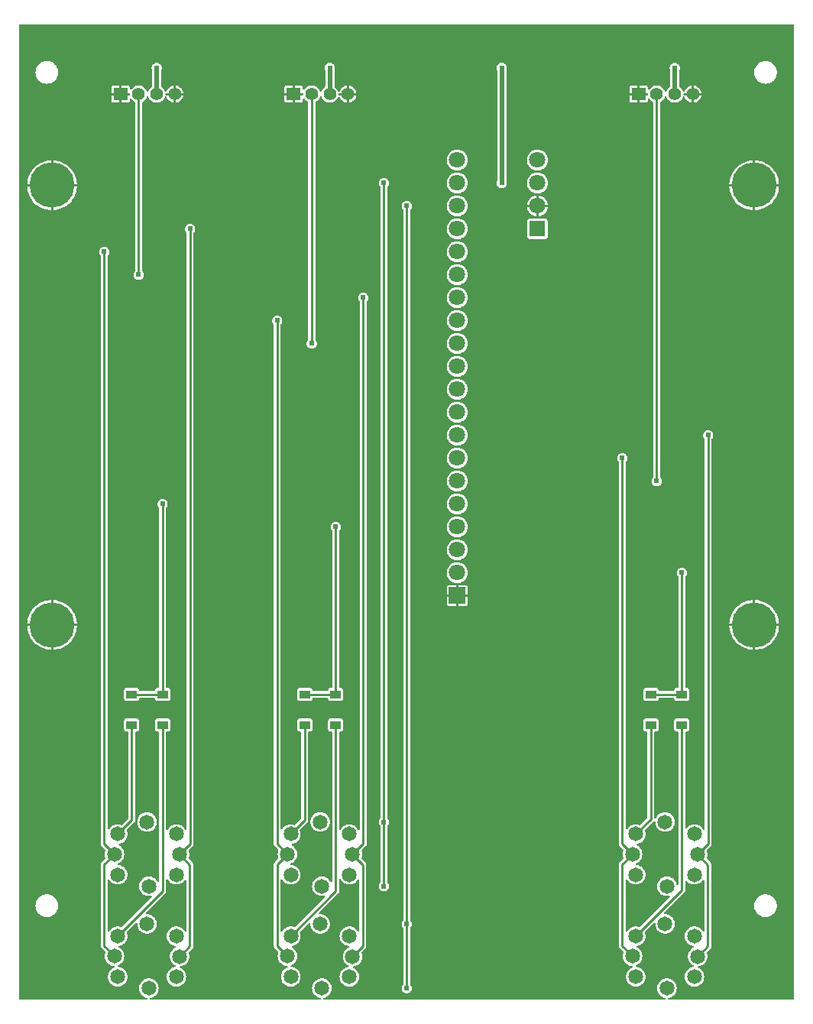
<source format=gtl>
G04 Layer: TopLayer*
G04 EasyEDA v6.5.29, 2023-07-18 10:59:27*
G04 edb8639753f2491aa550edbca108bfa0,5a6b42c53f6a479593ecc07194224c93,10*
G04 Gerber Generator version 0.2*
G04 Scale: 100 percent, Rotated: No, Reflected: No *
G04 Dimensions in millimeters *
G04 leading zeros omitted , absolute positions ,4 integer and 5 decimal *
%FSLAX45Y45*%
%MOMM*%

%AMMACRO1*21,1,$1,$2,0,0,$3*%
%ADD10C,0.2540*%
%ADD11C,0.5000*%
%ADD12R,1.1500X0.9500*%
%ADD13C,1.8000*%
%ADD14R,1.7000X1.8000*%
%ADD15MACRO1,1.8X1.8X90.0000*%
%ADD16C,1.6500*%
%ADD17C,1.4000*%
%ADD18R,1.5240X1.4000*%
%ADD19C,5.0000*%
%ADD20C,0.6096*%
%ADD21C,0.0123*%

%LPD*%
G36*
X290068Y851408D02*
G01*
X286156Y852169D01*
X282905Y854405D01*
X280670Y857656D01*
X279908Y861568D01*
X279908Y11647932D01*
X280670Y11651843D01*
X282905Y11655094D01*
X286156Y11657330D01*
X290068Y11658092D01*
X8853932Y11658092D01*
X8857843Y11657330D01*
X8861094Y11655094D01*
X8863330Y11651843D01*
X8864092Y11647932D01*
X8864092Y861568D01*
X8863330Y857656D01*
X8861094Y854405D01*
X8857843Y852169D01*
X8853932Y851408D01*
X7476490Y851408D01*
X7472375Y852271D01*
X7468920Y854811D01*
X7466838Y858469D01*
X7466431Y862685D01*
X7467752Y866749D01*
X7470648Y869848D01*
X7474508Y871524D01*
X7482941Y873201D01*
X7496352Y877773D01*
X7509103Y884021D01*
X7520889Y891895D01*
X7531557Y901242D01*
X7540904Y911910D01*
X7548778Y923696D01*
X7555026Y936447D01*
X7559598Y949858D01*
X7562342Y963777D01*
X7563307Y977900D01*
X7562342Y992022D01*
X7559598Y1005941D01*
X7555026Y1019352D01*
X7548778Y1032103D01*
X7540904Y1043889D01*
X7531557Y1054557D01*
X7520889Y1063904D01*
X7509103Y1071778D01*
X7496352Y1078026D01*
X7482941Y1082598D01*
X7469022Y1085342D01*
X7454900Y1086307D01*
X7440777Y1085342D01*
X7426858Y1082598D01*
X7413447Y1078026D01*
X7400696Y1071778D01*
X7388910Y1063904D01*
X7378242Y1054557D01*
X7368895Y1043889D01*
X7361021Y1032103D01*
X7354773Y1019352D01*
X7350201Y1005941D01*
X7347458Y992022D01*
X7346492Y977900D01*
X7347458Y963777D01*
X7350201Y949858D01*
X7354773Y936447D01*
X7361021Y923696D01*
X7368895Y911910D01*
X7378242Y901242D01*
X7388910Y891895D01*
X7400696Y884021D01*
X7413447Y877773D01*
X7426858Y873201D01*
X7435291Y871524D01*
X7439152Y869848D01*
X7442047Y866749D01*
X7443368Y862685D01*
X7442962Y858469D01*
X7440879Y854811D01*
X7437424Y852271D01*
X7433309Y851408D01*
X3653790Y851408D01*
X3649675Y852271D01*
X3646220Y854811D01*
X3644137Y858469D01*
X3643731Y862685D01*
X3645052Y866749D01*
X3647948Y869848D01*
X3651808Y871524D01*
X3660241Y873201D01*
X3673652Y877773D01*
X3686403Y884021D01*
X3698189Y891895D01*
X3708857Y901242D01*
X3718204Y911910D01*
X3726078Y923696D01*
X3732326Y936447D01*
X3736898Y949858D01*
X3739642Y963777D01*
X3740607Y977900D01*
X3739642Y992022D01*
X3736898Y1005941D01*
X3732326Y1019352D01*
X3726078Y1032103D01*
X3718204Y1043889D01*
X3708857Y1054557D01*
X3698189Y1063904D01*
X3686403Y1071778D01*
X3673652Y1078026D01*
X3660241Y1082598D01*
X3646322Y1085342D01*
X3632200Y1086307D01*
X3618077Y1085342D01*
X3604158Y1082598D01*
X3590747Y1078026D01*
X3577996Y1071778D01*
X3566210Y1063904D01*
X3555542Y1054557D01*
X3546195Y1043889D01*
X3538321Y1032103D01*
X3532073Y1019352D01*
X3527501Y1005941D01*
X3524758Y992022D01*
X3523792Y977900D01*
X3524758Y963777D01*
X3527501Y949858D01*
X3532073Y936447D01*
X3538321Y923696D01*
X3546195Y911910D01*
X3555542Y901242D01*
X3566210Y891895D01*
X3577996Y884021D01*
X3590747Y877773D01*
X3604158Y873201D01*
X3612591Y871524D01*
X3616451Y869848D01*
X3619347Y866749D01*
X3620668Y862685D01*
X3620262Y858469D01*
X3618179Y854811D01*
X3614724Y852271D01*
X3610610Y851408D01*
X1736089Y851408D01*
X1731975Y852271D01*
X1728520Y854811D01*
X1726438Y858469D01*
X1726031Y862685D01*
X1727352Y866749D01*
X1730248Y869848D01*
X1734108Y871524D01*
X1742541Y873201D01*
X1755952Y877773D01*
X1768703Y884021D01*
X1780489Y891895D01*
X1791157Y901242D01*
X1800504Y911910D01*
X1808378Y923696D01*
X1814626Y936447D01*
X1819198Y949858D01*
X1821942Y963777D01*
X1822907Y977900D01*
X1821942Y992022D01*
X1819198Y1005941D01*
X1814626Y1019352D01*
X1808378Y1032103D01*
X1800504Y1043889D01*
X1791157Y1054557D01*
X1780489Y1063904D01*
X1768703Y1071778D01*
X1755952Y1078026D01*
X1742541Y1082598D01*
X1728622Y1085342D01*
X1714500Y1086307D01*
X1700377Y1085342D01*
X1686458Y1082598D01*
X1673047Y1078026D01*
X1660296Y1071778D01*
X1648510Y1063904D01*
X1637842Y1054557D01*
X1628495Y1043889D01*
X1620621Y1032103D01*
X1614373Y1019352D01*
X1609801Y1005941D01*
X1607058Y992022D01*
X1606092Y977900D01*
X1607058Y963777D01*
X1609801Y949858D01*
X1614373Y936447D01*
X1620621Y923696D01*
X1628495Y911910D01*
X1637842Y901242D01*
X1648510Y891895D01*
X1660296Y884021D01*
X1673047Y877773D01*
X1686458Y873201D01*
X1694891Y871524D01*
X1698752Y869848D01*
X1701647Y866749D01*
X1702968Y862685D01*
X1702562Y858469D01*
X1700479Y854811D01*
X1697024Y852271D01*
X1692910Y851408D01*
G37*

%LPC*%
G36*
X584200Y10999317D02*
G01*
X599389Y11000232D01*
X614324Y11002975D01*
X628853Y11007496D01*
X642721Y11013744D01*
X655726Y11021618D01*
X667664Y11030966D01*
X678434Y11041735D01*
X687781Y11053673D01*
X695655Y11066678D01*
X701903Y11080546D01*
X706424Y11095075D01*
X709168Y11110010D01*
X710082Y11125200D01*
X709168Y11140389D01*
X706424Y11155324D01*
X701903Y11169853D01*
X695655Y11183721D01*
X687781Y11196726D01*
X678434Y11208664D01*
X667664Y11219434D01*
X655726Y11228781D01*
X642721Y11236655D01*
X628853Y11242903D01*
X614324Y11247424D01*
X599389Y11250168D01*
X584200Y11251082D01*
X569010Y11250168D01*
X554075Y11247424D01*
X539546Y11242903D01*
X525678Y11236655D01*
X512673Y11228781D01*
X500735Y11219434D01*
X489966Y11208664D01*
X480618Y11196726D01*
X472744Y11183721D01*
X466496Y11169853D01*
X461975Y11155324D01*
X459232Y11140389D01*
X458317Y11125200D01*
X459232Y11110010D01*
X461975Y11095075D01*
X466496Y11080546D01*
X472744Y11066678D01*
X480618Y11053673D01*
X489966Y11041735D01*
X500735Y11030966D01*
X512673Y11021618D01*
X525678Y11013744D01*
X539546Y11007496D01*
X554075Y11002975D01*
X569010Y11000232D01*
G37*
G36*
X8547100Y10999317D02*
G01*
X8562238Y11000232D01*
X8577224Y11002975D01*
X8591702Y11007496D01*
X8605570Y11013744D01*
X8618575Y11021618D01*
X8630564Y11030966D01*
X8641283Y11041735D01*
X8650681Y11053673D01*
X8658555Y11066678D01*
X8664803Y11080546D01*
X8669324Y11095075D01*
X8672068Y11110010D01*
X8672982Y11125200D01*
X8672068Y11140389D01*
X8669324Y11155324D01*
X8664803Y11169853D01*
X8658555Y11183721D01*
X8650681Y11196726D01*
X8641283Y11208664D01*
X8630564Y11219434D01*
X8618575Y11228781D01*
X8605570Y11236655D01*
X8591702Y11242903D01*
X8577224Y11247424D01*
X8562238Y11250168D01*
X8547100Y11251082D01*
X8531910Y11250168D01*
X8516924Y11247424D01*
X8502446Y11242903D01*
X8488578Y11236655D01*
X8475573Y11228781D01*
X8463584Y11219434D01*
X8452866Y11208664D01*
X8443468Y11196726D01*
X8435594Y11183721D01*
X8429345Y11169853D01*
X8424824Y11155324D01*
X8422081Y11140389D01*
X8421166Y11125200D01*
X8422081Y11110010D01*
X8424824Y11095075D01*
X8429345Y11080546D01*
X8435594Y11066678D01*
X8443468Y11053673D01*
X8452866Y11041735D01*
X8463584Y11030966D01*
X8475573Y11021618D01*
X8488578Y11013744D01*
X8502446Y11007496D01*
X8516924Y11002975D01*
X8531910Y11000232D01*
G37*
G36*
X3217418Y10896600D02*
G01*
X3306826Y10896600D01*
X3306826Y10979810D01*
X3243884Y10979810D01*
X3237534Y10979099D01*
X3232099Y10977168D01*
X3227171Y10974120D01*
X3223107Y10970006D01*
X3220008Y10965129D01*
X3218129Y10959642D01*
X3217418Y10953343D01*
G37*
G36*
X4571695Y921562D02*
G01*
X4581448Y922426D01*
X4590948Y924966D01*
X4599838Y929081D01*
X4607915Y934719D01*
X4614824Y941679D01*
X4620463Y949706D01*
X4624628Y958646D01*
X4627168Y968095D01*
X4628032Y977900D01*
X4627168Y987704D01*
X4624628Y997153D01*
X4620463Y1006094D01*
X4614824Y1014120D01*
X4613249Y1015695D01*
X4611065Y1018997D01*
X4610303Y1022908D01*
X4610303Y1644904D01*
X4611065Y1648764D01*
X4613249Y1652066D01*
X4614824Y1653641D01*
X4620463Y1661718D01*
X4624628Y1670608D01*
X4627168Y1680108D01*
X4628032Y1689862D01*
X4627168Y1699666D01*
X4624628Y1709166D01*
X4620463Y1718056D01*
X4614824Y1726133D01*
X4613351Y1727606D01*
X4611116Y1730908D01*
X4610354Y1734820D01*
X4610354Y9600285D01*
X4611116Y9604146D01*
X4613351Y9607448D01*
X4614824Y9608972D01*
X4620463Y9616998D01*
X4624628Y9625939D01*
X4627168Y9635388D01*
X4628032Y9645192D01*
X4627168Y9654997D01*
X4624628Y9664446D01*
X4620463Y9673386D01*
X4614824Y9681413D01*
X4607915Y9688372D01*
X4599838Y9694011D01*
X4590948Y9698126D01*
X4581448Y9700666D01*
X4571695Y9701530D01*
X4561890Y9700666D01*
X4552391Y9698126D01*
X4543501Y9694011D01*
X4535424Y9688372D01*
X4528515Y9681413D01*
X4522876Y9673386D01*
X4518710Y9664446D01*
X4516170Y9654997D01*
X4515307Y9645192D01*
X4516170Y9635388D01*
X4518710Y9625939D01*
X4522876Y9616998D01*
X4528515Y9608972D01*
X4530140Y9607296D01*
X4532376Y9603994D01*
X4533138Y9600133D01*
X4533138Y1734972D01*
X4532376Y1731060D01*
X4530140Y1727758D01*
X4528515Y1726133D01*
X4522876Y1718056D01*
X4518710Y1709166D01*
X4516170Y1699666D01*
X4515307Y1689862D01*
X4516170Y1680108D01*
X4518710Y1670608D01*
X4522876Y1661718D01*
X4528515Y1653641D01*
X4530090Y1652066D01*
X4532274Y1648764D01*
X4533087Y1644904D01*
X4533087Y1022908D01*
X4532274Y1018997D01*
X4530090Y1015695D01*
X4528515Y1014120D01*
X4522876Y1006094D01*
X4518710Y997153D01*
X4516170Y987704D01*
X4515307Y977900D01*
X4516170Y968095D01*
X4518710Y958646D01*
X4522876Y949706D01*
X4528515Y941679D01*
X4535424Y934719D01*
X4543501Y929081D01*
X4552391Y924966D01*
X4561890Y922426D01*
G37*
G36*
X7109714Y996492D02*
G01*
X7123836Y997458D01*
X7137755Y1000201D01*
X7151166Y1004773D01*
X7163917Y1011021D01*
X7175703Y1018895D01*
X7186371Y1028242D01*
X7195718Y1038910D01*
X7203592Y1050696D01*
X7209840Y1063447D01*
X7214412Y1076858D01*
X7217156Y1090777D01*
X7218121Y1104900D01*
X7217156Y1119022D01*
X7214412Y1132941D01*
X7209840Y1146352D01*
X7203592Y1159103D01*
X7195718Y1170889D01*
X7186371Y1181557D01*
X7175703Y1190904D01*
X7163917Y1198778D01*
X7151166Y1205026D01*
X7137755Y1209598D01*
X7123836Y1212342D01*
X7115860Y1212900D01*
X7112000Y1213916D01*
X7108850Y1216304D01*
X7106869Y1219758D01*
X7106361Y1223670D01*
X7107377Y1227531D01*
X7109815Y1230680D01*
X7113270Y1232662D01*
X7115352Y1233373D01*
X7128103Y1239621D01*
X7139889Y1247495D01*
X7150557Y1256842D01*
X7159904Y1267510D01*
X7167778Y1279296D01*
X7174026Y1292047D01*
X7178598Y1305458D01*
X7181342Y1319377D01*
X7182307Y1333500D01*
X7181342Y1347622D01*
X7178598Y1361541D01*
X7174026Y1374952D01*
X7167778Y1387703D01*
X7159904Y1399489D01*
X7150557Y1410157D01*
X7139889Y1419504D01*
X7128103Y1427378D01*
X7124598Y1429105D01*
X7121296Y1431696D01*
X7119315Y1435354D01*
X7119010Y1439519D01*
X7120381Y1443482D01*
X7123226Y1446530D01*
X7127087Y1448155D01*
X7137755Y1450289D01*
X7151166Y1454861D01*
X7163917Y1461109D01*
X7175703Y1468983D01*
X7186371Y1478330D01*
X7195718Y1488998D01*
X7203592Y1500784D01*
X7209840Y1513535D01*
X7214412Y1526946D01*
X7217156Y1540865D01*
X7218121Y1554988D01*
X7217156Y1569110D01*
X7214412Y1583029D01*
X7210856Y1593494D01*
X7210348Y1597202D01*
X7211161Y1600809D01*
X7213295Y1603908D01*
X7309154Y1699768D01*
X7312507Y1702003D01*
X7316520Y1702714D01*
X7320534Y1701850D01*
X7323785Y1699412D01*
X7325918Y1695957D01*
X7326477Y1691893D01*
X7326325Y1689862D01*
X7327239Y1675739D01*
X7330033Y1661820D01*
X7334554Y1648409D01*
X7340853Y1635658D01*
X7348728Y1623872D01*
X7358075Y1613204D01*
X7368743Y1603857D01*
X7380528Y1595983D01*
X7393228Y1589735D01*
X7406640Y1585163D01*
X7420559Y1582420D01*
X7434732Y1581454D01*
X7448854Y1582420D01*
X7462774Y1585163D01*
X7476185Y1589735D01*
X7488885Y1595983D01*
X7500670Y1603857D01*
X7511338Y1613204D01*
X7520686Y1623872D01*
X7528559Y1635658D01*
X7534859Y1648409D01*
X7539380Y1661820D01*
X7542174Y1675739D01*
X7543088Y1689862D01*
X7542174Y1703984D01*
X7539380Y1717903D01*
X7534859Y1731314D01*
X7528559Y1744065D01*
X7520686Y1755851D01*
X7511338Y1766519D01*
X7500670Y1775866D01*
X7488885Y1783740D01*
X7476185Y1789988D01*
X7462774Y1794560D01*
X7448854Y1797304D01*
X7434732Y1798269D01*
X7432649Y1798116D01*
X7428636Y1798675D01*
X7425131Y1800758D01*
X7422743Y1804060D01*
X7421829Y1808022D01*
X7422591Y1812036D01*
X7424826Y1815439D01*
X7646924Y2037588D01*
X7652054Y2043785D01*
X7655610Y2050491D01*
X7657795Y2057704D01*
X7658608Y2065731D01*
X7658608Y2159457D01*
X7659420Y2163419D01*
X7661757Y2166772D01*
X7665212Y2168956D01*
X7669225Y2169617D01*
X7673136Y2168601D01*
X7676388Y2166162D01*
X7683042Y2158542D01*
X7693710Y2149195D01*
X7705496Y2141321D01*
X7718247Y2135073D01*
X7731658Y2130501D01*
X7745577Y2127758D01*
X7759700Y2126792D01*
X7773822Y2127758D01*
X7787741Y2130501D01*
X7801152Y2135073D01*
X7813903Y2141321D01*
X7825689Y2149195D01*
X7836357Y2158542D01*
X7845704Y2169210D01*
X7851800Y2178354D01*
X7854848Y2181352D01*
X7858912Y2182774D01*
X7863179Y2182418D01*
X7866938Y2180336D01*
X7869478Y2176881D01*
X7870393Y2172716D01*
X7870393Y1617472D01*
X7869478Y1613306D01*
X7866938Y1609852D01*
X7863179Y1607769D01*
X7858912Y1607413D01*
X7854848Y1608836D01*
X7851800Y1611833D01*
X7845704Y1620977D01*
X7836357Y1631645D01*
X7825689Y1640992D01*
X7813903Y1648866D01*
X7801152Y1655114D01*
X7787741Y1659686D01*
X7773822Y1662430D01*
X7759700Y1663395D01*
X7745577Y1662430D01*
X7731658Y1659686D01*
X7718247Y1655114D01*
X7705496Y1648866D01*
X7693710Y1640992D01*
X7683042Y1631645D01*
X7673695Y1620977D01*
X7665821Y1609191D01*
X7659573Y1596440D01*
X7655001Y1583029D01*
X7652258Y1569110D01*
X7651292Y1554988D01*
X7652258Y1540865D01*
X7655001Y1526946D01*
X7659573Y1513535D01*
X7665821Y1500784D01*
X7673695Y1488998D01*
X7683042Y1478330D01*
X7693710Y1468983D01*
X7705496Y1461109D01*
X7718247Y1454861D01*
X7731658Y1450289D01*
X7745780Y1447495D01*
X7749997Y1446276D01*
X7753299Y1443380D01*
X7755077Y1439367D01*
X7754975Y1434947D01*
X7753045Y1431036D01*
X7749590Y1428242D01*
X7740548Y1423822D01*
X7728762Y1415948D01*
X7718094Y1406601D01*
X7708747Y1395933D01*
X7700873Y1384147D01*
X7694625Y1371396D01*
X7690053Y1357985D01*
X7687309Y1344066D01*
X7686344Y1329944D01*
X7687309Y1315821D01*
X7690053Y1301902D01*
X7694625Y1288491D01*
X7700873Y1275740D01*
X7708747Y1263954D01*
X7718094Y1253286D01*
X7728762Y1243939D01*
X7740548Y1236065D01*
X7749590Y1231646D01*
X7753045Y1228852D01*
X7754975Y1224940D01*
X7755077Y1220520D01*
X7753299Y1216507D01*
X7749997Y1213612D01*
X7745577Y1212342D01*
X7731658Y1209598D01*
X7718247Y1205026D01*
X7705496Y1198778D01*
X7693710Y1190904D01*
X7683042Y1181557D01*
X7673695Y1170889D01*
X7665821Y1159103D01*
X7659573Y1146352D01*
X7655001Y1132941D01*
X7652258Y1119022D01*
X7651292Y1104900D01*
X7652258Y1090777D01*
X7655001Y1076858D01*
X7659573Y1063447D01*
X7665821Y1050696D01*
X7673695Y1038910D01*
X7683042Y1028242D01*
X7693710Y1018895D01*
X7705496Y1011021D01*
X7718247Y1004773D01*
X7731658Y1000201D01*
X7745577Y997458D01*
X7759700Y996492D01*
X7773822Y997458D01*
X7787741Y1000201D01*
X7801152Y1004773D01*
X7813903Y1011021D01*
X7825689Y1018895D01*
X7836357Y1028242D01*
X7845704Y1038910D01*
X7853578Y1050696D01*
X7859826Y1063447D01*
X7864398Y1076858D01*
X7867142Y1090777D01*
X7868107Y1104900D01*
X7867142Y1119022D01*
X7864398Y1132941D01*
X7859826Y1146352D01*
X7853578Y1159103D01*
X7845704Y1170889D01*
X7836357Y1181557D01*
X7825689Y1190904D01*
X7813903Y1198778D01*
X7804861Y1203198D01*
X7801406Y1205992D01*
X7799476Y1209903D01*
X7799374Y1214323D01*
X7801152Y1218336D01*
X7804454Y1221232D01*
X7808874Y1222502D01*
X7822793Y1225245D01*
X7836204Y1229817D01*
X7848955Y1236065D01*
X7860741Y1243939D01*
X7871409Y1253286D01*
X7880756Y1263954D01*
X7888630Y1275740D01*
X7894878Y1288491D01*
X7899450Y1301902D01*
X7902194Y1315821D01*
X7903159Y1329944D01*
X7902194Y1344066D01*
X7899450Y1357985D01*
X7895894Y1368450D01*
X7895336Y1372158D01*
X7896199Y1375816D01*
X7898333Y1378915D01*
X7935925Y1416558D01*
X7941056Y1422755D01*
X7944612Y1429461D01*
X7946796Y1436674D01*
X7947609Y1444701D01*
X7947609Y2345385D01*
X7946796Y2353411D01*
X7944612Y2360625D01*
X7941056Y2367330D01*
X7935925Y2373528D01*
X7898282Y2411171D01*
X7896199Y2414270D01*
X7895336Y2417927D01*
X7895844Y2421636D01*
X7899450Y2432202D01*
X7902194Y2446121D01*
X7903159Y2460244D01*
X7902194Y2474366D01*
X7899450Y2488285D01*
X7895793Y2499004D01*
X7895285Y2502712D01*
X7896098Y2506370D01*
X7898231Y2509469D01*
X7939125Y2550515D01*
X7944154Y2556662D01*
X7947710Y2563368D01*
X7949895Y2570581D01*
X7950708Y2578608D01*
X7950708Y7060184D01*
X7951470Y7064095D01*
X7953705Y7067397D01*
X7955280Y7068972D01*
X7960918Y7076998D01*
X7965033Y7085939D01*
X7967573Y7095388D01*
X7968437Y7105192D01*
X7967573Y7114997D01*
X7965033Y7124446D01*
X7960918Y7133386D01*
X7955280Y7141413D01*
X7948320Y7148372D01*
X7940294Y7154011D01*
X7931353Y7158126D01*
X7921904Y7160666D01*
X7912100Y7161530D01*
X7902295Y7160666D01*
X7892846Y7158126D01*
X7883906Y7154011D01*
X7875879Y7148372D01*
X7868920Y7141413D01*
X7863281Y7133386D01*
X7859166Y7124446D01*
X7856626Y7114997D01*
X7855762Y7105192D01*
X7856626Y7095388D01*
X7859166Y7085939D01*
X7863281Y7076998D01*
X7868920Y7068972D01*
X7870494Y7067397D01*
X7872730Y7064095D01*
X7873492Y7060184D01*
X7873492Y2742641D01*
X7872475Y2738272D01*
X7869681Y2734716D01*
X7865618Y2732735D01*
X7861147Y2732735D01*
X7857083Y2734665D01*
X7854238Y2738170D01*
X7853578Y2739491D01*
X7845704Y2751277D01*
X7836357Y2761945D01*
X7825689Y2771292D01*
X7813903Y2779166D01*
X7801152Y2785414D01*
X7787741Y2789986D01*
X7773822Y2792730D01*
X7759700Y2793695D01*
X7745577Y2792730D01*
X7731658Y2789986D01*
X7718247Y2785414D01*
X7705496Y2779166D01*
X7693710Y2771292D01*
X7683042Y2761945D01*
X7676388Y2754325D01*
X7673136Y2751886D01*
X7669225Y2750870D01*
X7665212Y2751531D01*
X7661757Y2753715D01*
X7659420Y2757068D01*
X7658608Y2761030D01*
X7658608Y3811168D01*
X7659370Y3815079D01*
X7661605Y3818382D01*
X7664856Y3820566D01*
X7668768Y3821328D01*
X7676946Y3821328D01*
X7683246Y3822039D01*
X7688732Y3823970D01*
X7693609Y3827068D01*
X7697724Y3831132D01*
X7700772Y3836060D01*
X7702702Y3841496D01*
X7703413Y3847795D01*
X7703413Y3941673D01*
X7702702Y3948023D01*
X7700772Y3953459D01*
X7697724Y3958386D01*
X7693609Y3962450D01*
X7688732Y3965549D01*
X7683246Y3967429D01*
X7676946Y3968140D01*
X7563053Y3968140D01*
X7556753Y3967429D01*
X7551267Y3965549D01*
X7546390Y3962450D01*
X7542275Y3958386D01*
X7539228Y3953459D01*
X7537297Y3948023D01*
X7536586Y3941673D01*
X7536586Y3847795D01*
X7537297Y3841496D01*
X7539228Y3836060D01*
X7542275Y3831132D01*
X7546390Y3827068D01*
X7551267Y3823970D01*
X7556753Y3822039D01*
X7563053Y3821328D01*
X7571231Y3821328D01*
X7575143Y3820566D01*
X7578394Y3818382D01*
X7580630Y3815079D01*
X7581392Y3811168D01*
X7581392Y2129790D01*
X7580528Y2125675D01*
X7577988Y2122220D01*
X7574330Y2120138D01*
X7570114Y2119731D01*
X7566050Y2121052D01*
X7562951Y2123948D01*
X7561275Y2127808D01*
X7559598Y2136241D01*
X7555026Y2149652D01*
X7548778Y2162403D01*
X7540904Y2174189D01*
X7531557Y2184857D01*
X7520889Y2194204D01*
X7509103Y2202078D01*
X7496352Y2208326D01*
X7482941Y2212898D01*
X7469022Y2215642D01*
X7454900Y2216607D01*
X7440777Y2215642D01*
X7426858Y2212898D01*
X7413447Y2208326D01*
X7400696Y2202078D01*
X7388910Y2194204D01*
X7378242Y2184857D01*
X7368895Y2174189D01*
X7361021Y2162403D01*
X7354773Y2149652D01*
X7350201Y2136241D01*
X7347458Y2122322D01*
X7346492Y2108200D01*
X7347458Y2094077D01*
X7350201Y2080158D01*
X7354773Y2066747D01*
X7361021Y2053996D01*
X7368895Y2042210D01*
X7378242Y2031542D01*
X7388910Y2022195D01*
X7400696Y2014321D01*
X7413447Y2008073D01*
X7426858Y2003501D01*
X7440777Y2000757D01*
X7454900Y1999792D01*
X7469022Y2000757D01*
X7475981Y2002129D01*
X7480249Y2002028D01*
X7484160Y2000199D01*
X7486903Y1996948D01*
X7488123Y1992833D01*
X7487462Y1988566D01*
X7485125Y1984959D01*
X7158736Y1658569D01*
X7155637Y1656435D01*
X7151979Y1655572D01*
X7148271Y1656130D01*
X7137755Y1659686D01*
X7123836Y1662430D01*
X7109714Y1663395D01*
X7095591Y1662430D01*
X7081672Y1659686D01*
X7068261Y1655114D01*
X7055510Y1648866D01*
X7043724Y1640992D01*
X7033056Y1631645D01*
X7023709Y1620977D01*
X7016800Y1610614D01*
X7013752Y1607667D01*
X7009688Y1606194D01*
X7005421Y1606550D01*
X7001662Y1608632D01*
X6999122Y1612087D01*
X6998208Y1616252D01*
X6998208Y2173935D01*
X6999122Y2178100D01*
X7001662Y2181555D01*
X7005421Y2183638D01*
X7009688Y2183993D01*
X7013752Y2182520D01*
X7016800Y2179574D01*
X7023709Y2169210D01*
X7033056Y2158542D01*
X7043724Y2149195D01*
X7055510Y2141321D01*
X7068261Y2135073D01*
X7081672Y2130501D01*
X7095591Y2127758D01*
X7109714Y2126792D01*
X7123836Y2127758D01*
X7137755Y2130501D01*
X7151166Y2135073D01*
X7163917Y2141321D01*
X7175703Y2149195D01*
X7186371Y2158542D01*
X7195718Y2169210D01*
X7203592Y2180996D01*
X7209840Y2193747D01*
X7214412Y2207158D01*
X7217156Y2221077D01*
X7218121Y2235200D01*
X7217156Y2249322D01*
X7214412Y2263241D01*
X7209840Y2276652D01*
X7203592Y2289403D01*
X7195718Y2301189D01*
X7186371Y2311857D01*
X7175703Y2321204D01*
X7163917Y2329078D01*
X7151166Y2335326D01*
X7137755Y2339898D01*
X7123836Y2342642D01*
X7115860Y2343200D01*
X7112000Y2344216D01*
X7108850Y2346604D01*
X7106869Y2350058D01*
X7106361Y2353970D01*
X7107377Y2357831D01*
X7109815Y2360980D01*
X7113270Y2362962D01*
X7115352Y2363673D01*
X7128103Y2369921D01*
X7139889Y2377795D01*
X7150557Y2387142D01*
X7159904Y2397810D01*
X7167778Y2409596D01*
X7174026Y2422347D01*
X7178598Y2435758D01*
X7181342Y2449677D01*
X7182307Y2463800D01*
X7181342Y2477922D01*
X7178598Y2491841D01*
X7174026Y2505252D01*
X7167778Y2518003D01*
X7159904Y2529789D01*
X7150557Y2540457D01*
X7139889Y2549804D01*
X7128103Y2557678D01*
X7124598Y2559405D01*
X7121296Y2561996D01*
X7119315Y2565654D01*
X7119010Y2569819D01*
X7120381Y2573782D01*
X7123226Y2576830D01*
X7127087Y2578455D01*
X7137755Y2580589D01*
X7151166Y2585161D01*
X7163917Y2591409D01*
X7175703Y2599283D01*
X7186371Y2608630D01*
X7195718Y2619298D01*
X7203592Y2631084D01*
X7209840Y2643835D01*
X7214412Y2657246D01*
X7217156Y2671165D01*
X7218121Y2685288D01*
X7217156Y2699410D01*
X7214412Y2713329D01*
X7210856Y2723794D01*
X7210348Y2727502D01*
X7211161Y2731109D01*
X7213295Y2734208D01*
X7304024Y2824988D01*
X7308545Y2830423D01*
X7311847Y2833065D01*
X7315962Y2834132D01*
X7320127Y2833420D01*
X7323632Y2831084D01*
X7325918Y2827528D01*
X7326528Y2823311D01*
X7326325Y2820162D01*
X7327239Y2806039D01*
X7330033Y2792120D01*
X7334554Y2778709D01*
X7340853Y2765958D01*
X7348728Y2754172D01*
X7358075Y2743504D01*
X7368743Y2734157D01*
X7380528Y2726283D01*
X7393228Y2720035D01*
X7406640Y2715463D01*
X7420559Y2712720D01*
X7434732Y2711754D01*
X7448854Y2712720D01*
X7462774Y2715463D01*
X7476185Y2720035D01*
X7488885Y2726283D01*
X7500670Y2734157D01*
X7511338Y2743504D01*
X7520686Y2754172D01*
X7528559Y2765958D01*
X7534859Y2778709D01*
X7539380Y2792120D01*
X7542174Y2806039D01*
X7543088Y2820162D01*
X7542174Y2834284D01*
X7539380Y2848203D01*
X7534859Y2861614D01*
X7528559Y2874365D01*
X7520686Y2886151D01*
X7511338Y2896819D01*
X7500670Y2906166D01*
X7488885Y2914040D01*
X7476185Y2920288D01*
X7462774Y2924860D01*
X7448854Y2927604D01*
X7434732Y2928569D01*
X7420559Y2927604D01*
X7406640Y2924860D01*
X7393228Y2920288D01*
X7380528Y2914040D01*
X7368743Y2906166D01*
X7358075Y2896819D01*
X7348728Y2886151D01*
X7340853Y2874365D01*
X7334961Y2862478D01*
X7332116Y2858973D01*
X7328052Y2857042D01*
X7323581Y2857042D01*
X7319518Y2859024D01*
X7316724Y2862580D01*
X7315708Y2866948D01*
X7315708Y3811168D01*
X7316470Y3815079D01*
X7318705Y3818382D01*
X7321956Y3820566D01*
X7325868Y3821328D01*
X7334046Y3821328D01*
X7340346Y3822039D01*
X7345832Y3823970D01*
X7350709Y3827068D01*
X7354824Y3831132D01*
X7357872Y3836060D01*
X7359802Y3841496D01*
X7360513Y3847795D01*
X7360513Y3941673D01*
X7359802Y3948023D01*
X7357872Y3953459D01*
X7354824Y3958386D01*
X7350709Y3962450D01*
X7345832Y3965549D01*
X7340346Y3967429D01*
X7334046Y3968140D01*
X7220153Y3968140D01*
X7213853Y3967429D01*
X7208367Y3965549D01*
X7203490Y3962450D01*
X7199375Y3958386D01*
X7196328Y3953459D01*
X7194397Y3948023D01*
X7193686Y3941673D01*
X7193686Y3847795D01*
X7194397Y3841496D01*
X7196328Y3836060D01*
X7199375Y3831132D01*
X7203490Y3827068D01*
X7208367Y3823970D01*
X7213853Y3822039D01*
X7220153Y3821328D01*
X7228331Y3821328D01*
X7232243Y3820566D01*
X7235494Y3818382D01*
X7237730Y3815079D01*
X7238492Y3811168D01*
X7238492Y2872841D01*
X7237730Y2868930D01*
X7235494Y2865628D01*
X7158736Y2788869D01*
X7155637Y2786735D01*
X7151979Y2785872D01*
X7148271Y2786430D01*
X7137755Y2789986D01*
X7123836Y2792730D01*
X7109714Y2793695D01*
X7095591Y2792730D01*
X7081672Y2789986D01*
X7068261Y2785414D01*
X7055510Y2779166D01*
X7043724Y2771292D01*
X7033056Y2761945D01*
X7023709Y2751277D01*
X7016800Y2740914D01*
X7013752Y2737967D01*
X7009688Y2736494D01*
X7005421Y2736850D01*
X7001662Y2738932D01*
X6999122Y2742387D01*
X6998208Y2746552D01*
X6998208Y6806184D01*
X6998970Y6810095D01*
X7001205Y6813397D01*
X7002780Y6814972D01*
X7008418Y6822998D01*
X7012533Y6831939D01*
X7015073Y6841388D01*
X7015937Y6851192D01*
X7015073Y6860997D01*
X7012533Y6870446D01*
X7008418Y6879386D01*
X7002780Y6887413D01*
X6995820Y6894372D01*
X6987794Y6900011D01*
X6978853Y6904126D01*
X6969404Y6906666D01*
X6959600Y6907530D01*
X6949795Y6906666D01*
X6940346Y6904126D01*
X6931406Y6900011D01*
X6923379Y6894372D01*
X6916420Y6887413D01*
X6910781Y6879386D01*
X6906666Y6870446D01*
X6904126Y6860997D01*
X6903262Y6851192D01*
X6904126Y6841388D01*
X6906666Y6831939D01*
X6910781Y6822998D01*
X6916420Y6814972D01*
X6917994Y6813397D01*
X6920230Y6810095D01*
X6920992Y6806184D01*
X6920992Y2578608D01*
X6921804Y2570581D01*
X6923989Y2563368D01*
X6927545Y2556662D01*
X6932675Y2550464D01*
X6970318Y2512771D01*
X6972452Y2509672D01*
X6973316Y2506014D01*
X6972757Y2502306D01*
X6969201Y2491841D01*
X6966458Y2477922D01*
X6965492Y2463800D01*
X6966458Y2449677D01*
X6969201Y2435758D01*
X6972757Y2425293D01*
X6973316Y2421585D01*
X6972452Y2417927D01*
X6970318Y2414828D01*
X6932675Y2377135D01*
X6927545Y2370937D01*
X6923989Y2364232D01*
X6921804Y2357018D01*
X6920992Y2348992D01*
X6920992Y1448308D01*
X6921804Y1440281D01*
X6923989Y1433068D01*
X6927545Y1426362D01*
X6932675Y1420164D01*
X6970318Y1382471D01*
X6972452Y1379372D01*
X6973316Y1375714D01*
X6972757Y1372006D01*
X6969201Y1361541D01*
X6966458Y1347622D01*
X6965492Y1333500D01*
X6966458Y1319377D01*
X6969201Y1305458D01*
X6973773Y1292047D01*
X6980021Y1279296D01*
X6987895Y1267510D01*
X6997242Y1256842D01*
X7007910Y1247495D01*
X7019696Y1239621D01*
X7032447Y1233373D01*
X7045858Y1228801D01*
X7059777Y1226058D01*
X7067753Y1225499D01*
X7071614Y1224483D01*
X7074763Y1222095D01*
X7076744Y1218641D01*
X7077252Y1214729D01*
X7076236Y1210868D01*
X7073798Y1207719D01*
X7070344Y1205738D01*
X7068261Y1205026D01*
X7055510Y1198778D01*
X7043724Y1190904D01*
X7033056Y1181557D01*
X7023709Y1170889D01*
X7015835Y1159103D01*
X7009587Y1146352D01*
X7005015Y1132941D01*
X7002272Y1119022D01*
X7001306Y1104900D01*
X7002272Y1090777D01*
X7005015Y1076858D01*
X7009587Y1063447D01*
X7015835Y1050696D01*
X7023709Y1038910D01*
X7033056Y1028242D01*
X7043724Y1018895D01*
X7055510Y1011021D01*
X7068261Y1004773D01*
X7081672Y1000201D01*
X7095591Y997458D01*
G37*
G36*
X7040118Y10896600D02*
G01*
X7129525Y10896600D01*
X7129525Y10979810D01*
X7066584Y10979810D01*
X7060234Y10979099D01*
X7054799Y10977168D01*
X7049871Y10974120D01*
X7045807Y10970006D01*
X7042708Y10965129D01*
X7040829Y10959642D01*
X7040118Y10953343D01*
G37*
G36*
X3287014Y996492D02*
G01*
X3301136Y997458D01*
X3315055Y1000201D01*
X3328466Y1004773D01*
X3341217Y1011021D01*
X3353003Y1018895D01*
X3363671Y1028242D01*
X3373018Y1038910D01*
X3380892Y1050696D01*
X3387140Y1063447D01*
X3391712Y1076858D01*
X3394456Y1090777D01*
X3395421Y1104900D01*
X3394456Y1119022D01*
X3391712Y1132941D01*
X3387140Y1146352D01*
X3380892Y1159103D01*
X3373018Y1170889D01*
X3363671Y1181557D01*
X3353003Y1190904D01*
X3341217Y1198778D01*
X3328466Y1205026D01*
X3315055Y1209598D01*
X3301136Y1212342D01*
X3293160Y1212900D01*
X3289300Y1213916D01*
X3286150Y1216304D01*
X3284169Y1219758D01*
X3283661Y1223670D01*
X3284677Y1227531D01*
X3287115Y1230680D01*
X3290570Y1232662D01*
X3292652Y1233373D01*
X3305403Y1239621D01*
X3317189Y1247495D01*
X3327857Y1256842D01*
X3337204Y1267510D01*
X3345078Y1279296D01*
X3351326Y1292047D01*
X3355898Y1305458D01*
X3358642Y1319377D01*
X3359607Y1333500D01*
X3358642Y1347622D01*
X3355898Y1361541D01*
X3351326Y1374952D01*
X3345078Y1387703D01*
X3337204Y1399489D01*
X3327857Y1410157D01*
X3317189Y1419504D01*
X3305403Y1427378D01*
X3301898Y1429105D01*
X3298596Y1431696D01*
X3296615Y1435354D01*
X3296310Y1439519D01*
X3297682Y1443482D01*
X3300526Y1446530D01*
X3304387Y1448155D01*
X3315055Y1450289D01*
X3328466Y1454861D01*
X3341217Y1461109D01*
X3353003Y1468983D01*
X3363671Y1478330D01*
X3373018Y1488998D01*
X3380892Y1500784D01*
X3387140Y1513535D01*
X3391712Y1526946D01*
X3394456Y1540865D01*
X3395421Y1554988D01*
X3394456Y1569110D01*
X3391712Y1583029D01*
X3388156Y1593494D01*
X3387648Y1597202D01*
X3388461Y1600809D01*
X3390595Y1603908D01*
X3486454Y1699768D01*
X3489807Y1702003D01*
X3493820Y1702714D01*
X3497834Y1701850D01*
X3501085Y1699412D01*
X3503218Y1695957D01*
X3503777Y1691893D01*
X3503625Y1689862D01*
X3504539Y1675739D01*
X3507333Y1661820D01*
X3511854Y1648409D01*
X3518154Y1635658D01*
X3526028Y1623872D01*
X3535375Y1613204D01*
X3546043Y1603857D01*
X3557828Y1595983D01*
X3570528Y1589735D01*
X3583940Y1585163D01*
X3597859Y1582420D01*
X3612032Y1581454D01*
X3626154Y1582420D01*
X3640074Y1585163D01*
X3653485Y1589735D01*
X3666185Y1595983D01*
X3677970Y1603857D01*
X3688638Y1613204D01*
X3697986Y1623872D01*
X3705860Y1635658D01*
X3712159Y1648409D01*
X3716680Y1661820D01*
X3719474Y1675739D01*
X3720388Y1689862D01*
X3719474Y1703984D01*
X3716680Y1717903D01*
X3712159Y1731314D01*
X3705860Y1744065D01*
X3697986Y1755851D01*
X3688638Y1766519D01*
X3677970Y1775866D01*
X3666185Y1783740D01*
X3653485Y1789988D01*
X3640074Y1794560D01*
X3626154Y1797304D01*
X3612032Y1798269D01*
X3609949Y1798116D01*
X3605936Y1798675D01*
X3602431Y1800758D01*
X3600043Y1804060D01*
X3599129Y1808022D01*
X3599891Y1812036D01*
X3602126Y1815439D01*
X3811524Y2024888D01*
X3816654Y2031085D01*
X3820210Y2037791D01*
X3822395Y2045004D01*
X3823208Y2053031D01*
X3823208Y2177846D01*
X3824224Y2182215D01*
X3827018Y2185771D01*
X3831082Y2187752D01*
X3835552Y2187752D01*
X3839616Y2185822D01*
X3842461Y2182317D01*
X3843121Y2180996D01*
X3850995Y2169210D01*
X3860342Y2158542D01*
X3871010Y2149195D01*
X3882796Y2141321D01*
X3895547Y2135073D01*
X3908958Y2130501D01*
X3922877Y2127758D01*
X3937000Y2126792D01*
X3951122Y2127758D01*
X3965041Y2130501D01*
X3978452Y2135073D01*
X3991203Y2141321D01*
X4002989Y2149195D01*
X4013657Y2158542D01*
X4023004Y2169210D01*
X4029100Y2178354D01*
X4032148Y2181352D01*
X4036212Y2182774D01*
X4040479Y2182418D01*
X4044238Y2180336D01*
X4046778Y2176881D01*
X4047693Y2172716D01*
X4047693Y1617472D01*
X4046778Y1613306D01*
X4044238Y1609852D01*
X4040479Y1607769D01*
X4036212Y1607413D01*
X4032148Y1608836D01*
X4029100Y1611833D01*
X4023004Y1620977D01*
X4013657Y1631645D01*
X4002989Y1640992D01*
X3991203Y1648866D01*
X3978452Y1655114D01*
X3965041Y1659686D01*
X3951122Y1662430D01*
X3937000Y1663395D01*
X3922877Y1662430D01*
X3908958Y1659686D01*
X3895547Y1655114D01*
X3882796Y1648866D01*
X3871010Y1640992D01*
X3860342Y1631645D01*
X3850995Y1620977D01*
X3843121Y1609191D01*
X3836873Y1596440D01*
X3832301Y1583029D01*
X3829558Y1569110D01*
X3828592Y1554988D01*
X3829558Y1540865D01*
X3832301Y1526946D01*
X3836873Y1513535D01*
X3843121Y1500784D01*
X3850995Y1488998D01*
X3860342Y1478330D01*
X3871010Y1468983D01*
X3882796Y1461109D01*
X3895547Y1454861D01*
X3908958Y1450289D01*
X3923080Y1447495D01*
X3927297Y1446276D01*
X3930599Y1443380D01*
X3932377Y1439367D01*
X3932275Y1434947D01*
X3930345Y1431036D01*
X3926890Y1428242D01*
X3917848Y1423822D01*
X3906062Y1415948D01*
X3895394Y1406601D01*
X3886047Y1395933D01*
X3878173Y1384147D01*
X3871925Y1371396D01*
X3867353Y1357985D01*
X3864610Y1344066D01*
X3863644Y1329944D01*
X3864610Y1315821D01*
X3867353Y1301902D01*
X3871925Y1288491D01*
X3878173Y1275740D01*
X3886047Y1263954D01*
X3895394Y1253286D01*
X3906062Y1243939D01*
X3917848Y1236065D01*
X3926890Y1231646D01*
X3930345Y1228852D01*
X3932275Y1224940D01*
X3932377Y1220520D01*
X3930599Y1216507D01*
X3927297Y1213612D01*
X3922877Y1212342D01*
X3908958Y1209598D01*
X3895547Y1205026D01*
X3882796Y1198778D01*
X3871010Y1190904D01*
X3860342Y1181557D01*
X3850995Y1170889D01*
X3843121Y1159103D01*
X3836873Y1146352D01*
X3832301Y1132941D01*
X3829558Y1119022D01*
X3828592Y1104900D01*
X3829558Y1090777D01*
X3832301Y1076858D01*
X3836873Y1063447D01*
X3843121Y1050696D01*
X3850995Y1038910D01*
X3860342Y1028242D01*
X3871010Y1018895D01*
X3882796Y1011021D01*
X3895547Y1004773D01*
X3908958Y1000201D01*
X3922877Y997458D01*
X3937000Y996492D01*
X3951122Y997458D01*
X3965041Y1000201D01*
X3978452Y1004773D01*
X3991203Y1011021D01*
X4002989Y1018895D01*
X4013657Y1028242D01*
X4023004Y1038910D01*
X4030878Y1050696D01*
X4037126Y1063447D01*
X4041698Y1076858D01*
X4044442Y1090777D01*
X4045407Y1104900D01*
X4044442Y1119022D01*
X4041698Y1132941D01*
X4037126Y1146352D01*
X4030878Y1159103D01*
X4023004Y1170889D01*
X4013657Y1181557D01*
X4002989Y1190904D01*
X3991203Y1198778D01*
X3982161Y1203198D01*
X3978706Y1205992D01*
X3976776Y1209903D01*
X3976674Y1214323D01*
X3978452Y1218336D01*
X3981754Y1221232D01*
X3986174Y1222502D01*
X4000093Y1225245D01*
X4013504Y1229817D01*
X4026255Y1236065D01*
X4038041Y1243939D01*
X4048709Y1253286D01*
X4058056Y1263954D01*
X4065930Y1275740D01*
X4072178Y1288491D01*
X4076750Y1301902D01*
X4079494Y1315821D01*
X4080459Y1329944D01*
X4079494Y1344066D01*
X4076750Y1357985D01*
X4073194Y1368450D01*
X4072636Y1372158D01*
X4073499Y1375816D01*
X4075633Y1378915D01*
X4113225Y1416558D01*
X4118356Y1422755D01*
X4121912Y1429461D01*
X4124096Y1436674D01*
X4124909Y1444701D01*
X4124909Y2345385D01*
X4124096Y2353411D01*
X4121912Y2360625D01*
X4118356Y2367330D01*
X4113225Y2373528D01*
X4075582Y2411171D01*
X4073499Y2414270D01*
X4072636Y2417927D01*
X4073144Y2421636D01*
X4076750Y2432202D01*
X4079494Y2446121D01*
X4080459Y2460244D01*
X4079494Y2474366D01*
X4076750Y2488285D01*
X4073093Y2499004D01*
X4072585Y2502712D01*
X4073398Y2506370D01*
X4075531Y2509469D01*
X4116425Y2550515D01*
X4121454Y2556662D01*
X4125010Y2563368D01*
X4127195Y2570581D01*
X4128008Y2578608D01*
X4128008Y8584184D01*
X4128770Y8588095D01*
X4131005Y8591397D01*
X4132579Y8592972D01*
X4138218Y8600998D01*
X4142333Y8609939D01*
X4144873Y8619388D01*
X4145737Y8629192D01*
X4144873Y8638997D01*
X4142333Y8648446D01*
X4138218Y8657386D01*
X4132579Y8665413D01*
X4125620Y8672372D01*
X4117594Y8678011D01*
X4108653Y8682126D01*
X4099204Y8684666D01*
X4089400Y8685530D01*
X4079595Y8684666D01*
X4070146Y8682126D01*
X4061206Y8678011D01*
X4053179Y8672372D01*
X4046220Y8665413D01*
X4040581Y8657386D01*
X4036466Y8648446D01*
X4033926Y8638997D01*
X4033062Y8629192D01*
X4033926Y8619388D01*
X4036466Y8609939D01*
X4040581Y8600998D01*
X4046220Y8592972D01*
X4047794Y8591397D01*
X4050029Y8588095D01*
X4050792Y8584184D01*
X4050792Y2742641D01*
X4049776Y2738272D01*
X4046982Y2734716D01*
X4042918Y2732735D01*
X4038447Y2732735D01*
X4034383Y2734665D01*
X4031538Y2738170D01*
X4030878Y2739491D01*
X4023004Y2751277D01*
X4013657Y2761945D01*
X4002989Y2771292D01*
X3991203Y2779166D01*
X3978452Y2785414D01*
X3965041Y2789986D01*
X3951122Y2792730D01*
X3937000Y2793695D01*
X3922877Y2792730D01*
X3908958Y2789986D01*
X3895547Y2785414D01*
X3882796Y2779166D01*
X3871010Y2771292D01*
X3860342Y2761945D01*
X3850995Y2751277D01*
X3843121Y2739491D01*
X3842461Y2738170D01*
X3839616Y2734665D01*
X3835552Y2732735D01*
X3831082Y2732735D01*
X3827018Y2734716D01*
X3824224Y2738272D01*
X3823208Y2742641D01*
X3823208Y3811168D01*
X3823970Y3815079D01*
X3826205Y3818382D01*
X3829456Y3820566D01*
X3833368Y3821328D01*
X3841546Y3821328D01*
X3847846Y3822039D01*
X3853332Y3823970D01*
X3858209Y3827068D01*
X3862324Y3831132D01*
X3865372Y3836060D01*
X3867302Y3841496D01*
X3868013Y3847795D01*
X3868013Y3941673D01*
X3867302Y3948023D01*
X3865372Y3953459D01*
X3862324Y3958386D01*
X3858209Y3962450D01*
X3853332Y3965549D01*
X3847846Y3967429D01*
X3841546Y3968140D01*
X3727653Y3968140D01*
X3721354Y3967429D01*
X3715867Y3965549D01*
X3710990Y3962450D01*
X3706876Y3958386D01*
X3703828Y3953459D01*
X3701897Y3948023D01*
X3701186Y3941673D01*
X3701186Y3847795D01*
X3701897Y3841496D01*
X3703828Y3836060D01*
X3706876Y3831132D01*
X3710990Y3827068D01*
X3715867Y3823970D01*
X3721354Y3822039D01*
X3727653Y3821328D01*
X3735832Y3821328D01*
X3739743Y3820566D01*
X3742994Y3818382D01*
X3745229Y3815079D01*
X3745992Y3811168D01*
X3745992Y2165553D01*
X3744976Y2161184D01*
X3742182Y2157628D01*
X3738118Y2155647D01*
X3733647Y2155647D01*
X3729583Y2157577D01*
X3726738Y2161082D01*
X3726078Y2162403D01*
X3718204Y2174189D01*
X3708857Y2184857D01*
X3698189Y2194204D01*
X3686403Y2202078D01*
X3673652Y2208326D01*
X3660241Y2212898D01*
X3646322Y2215642D01*
X3632200Y2216607D01*
X3618077Y2215642D01*
X3604158Y2212898D01*
X3590747Y2208326D01*
X3577996Y2202078D01*
X3566210Y2194204D01*
X3555542Y2184857D01*
X3546195Y2174189D01*
X3538321Y2162403D01*
X3532073Y2149652D01*
X3527501Y2136241D01*
X3524758Y2122322D01*
X3523792Y2108200D01*
X3524758Y2094077D01*
X3527501Y2080158D01*
X3532073Y2066747D01*
X3538321Y2053996D01*
X3546195Y2042210D01*
X3555542Y2031542D01*
X3566210Y2022195D01*
X3577996Y2014321D01*
X3590747Y2008073D01*
X3604158Y2003501D01*
X3618077Y2000757D01*
X3632200Y1999792D01*
X3646322Y2000757D01*
X3653282Y2002129D01*
X3657549Y2002028D01*
X3661460Y2000199D01*
X3664204Y1996948D01*
X3665423Y1992833D01*
X3664762Y1988566D01*
X3662426Y1984959D01*
X3336036Y1658569D01*
X3332937Y1656435D01*
X3329279Y1655572D01*
X3325571Y1656130D01*
X3315055Y1659686D01*
X3301136Y1662430D01*
X3287014Y1663395D01*
X3272891Y1662430D01*
X3258972Y1659686D01*
X3245561Y1655114D01*
X3232810Y1648866D01*
X3221024Y1640992D01*
X3210356Y1631645D01*
X3201009Y1620977D01*
X3194100Y1610614D01*
X3191052Y1607667D01*
X3186988Y1606194D01*
X3182721Y1606550D01*
X3178962Y1608632D01*
X3176422Y1612087D01*
X3175508Y1616252D01*
X3175508Y2173935D01*
X3176422Y2178100D01*
X3178962Y2181555D01*
X3182721Y2183638D01*
X3186988Y2183993D01*
X3191052Y2182520D01*
X3194100Y2179574D01*
X3201009Y2169210D01*
X3210356Y2158542D01*
X3221024Y2149195D01*
X3232810Y2141321D01*
X3245561Y2135073D01*
X3258972Y2130501D01*
X3272891Y2127758D01*
X3287014Y2126792D01*
X3301136Y2127758D01*
X3315055Y2130501D01*
X3328466Y2135073D01*
X3341217Y2141321D01*
X3353003Y2149195D01*
X3363671Y2158542D01*
X3373018Y2169210D01*
X3380892Y2180996D01*
X3387140Y2193747D01*
X3391712Y2207158D01*
X3394456Y2221077D01*
X3395421Y2235200D01*
X3394456Y2249322D01*
X3391712Y2263241D01*
X3387140Y2276652D01*
X3380892Y2289403D01*
X3373018Y2301189D01*
X3363671Y2311857D01*
X3353003Y2321204D01*
X3341217Y2329078D01*
X3328466Y2335326D01*
X3315055Y2339898D01*
X3301136Y2342642D01*
X3293160Y2343200D01*
X3289300Y2344216D01*
X3286150Y2346604D01*
X3284169Y2350058D01*
X3283661Y2353970D01*
X3284677Y2357831D01*
X3287115Y2360980D01*
X3290570Y2362962D01*
X3292652Y2363673D01*
X3305403Y2369921D01*
X3317189Y2377795D01*
X3327857Y2387142D01*
X3337204Y2397810D01*
X3345078Y2409596D01*
X3351326Y2422347D01*
X3355898Y2435758D01*
X3358642Y2449677D01*
X3359607Y2463800D01*
X3358642Y2477922D01*
X3355898Y2491841D01*
X3351326Y2505252D01*
X3345078Y2518003D01*
X3337204Y2529789D01*
X3327857Y2540457D01*
X3317189Y2549804D01*
X3305403Y2557678D01*
X3301898Y2559405D01*
X3298596Y2561996D01*
X3296615Y2565654D01*
X3296310Y2569819D01*
X3297682Y2573782D01*
X3300526Y2576830D01*
X3304387Y2578455D01*
X3315055Y2580589D01*
X3328466Y2585161D01*
X3341217Y2591409D01*
X3353003Y2599283D01*
X3363671Y2608630D01*
X3373018Y2619298D01*
X3380892Y2631084D01*
X3387140Y2643835D01*
X3391712Y2657246D01*
X3394456Y2671165D01*
X3395421Y2685288D01*
X3394456Y2699410D01*
X3391712Y2713329D01*
X3388156Y2723794D01*
X3387648Y2727502D01*
X3388461Y2731109D01*
X3390595Y2734208D01*
X3468624Y2812288D01*
X3473754Y2818485D01*
X3477310Y2825191D01*
X3479495Y2832404D01*
X3480308Y2840431D01*
X3480308Y3811168D01*
X3481070Y3815079D01*
X3483305Y3818382D01*
X3486556Y3820566D01*
X3490468Y3821328D01*
X3498646Y3821328D01*
X3504946Y3822039D01*
X3510432Y3823970D01*
X3515309Y3827068D01*
X3519424Y3831132D01*
X3522472Y3836060D01*
X3524402Y3841496D01*
X3525113Y3847795D01*
X3525113Y3941673D01*
X3524402Y3948023D01*
X3522472Y3953459D01*
X3519424Y3958386D01*
X3515309Y3962450D01*
X3510432Y3965549D01*
X3504946Y3967429D01*
X3498646Y3968140D01*
X3384753Y3968140D01*
X3378454Y3967429D01*
X3372967Y3965549D01*
X3368090Y3962450D01*
X3363976Y3958386D01*
X3360928Y3953459D01*
X3358997Y3948023D01*
X3358286Y3941673D01*
X3358286Y3847795D01*
X3358997Y3841496D01*
X3360928Y3836060D01*
X3363976Y3831132D01*
X3368090Y3827068D01*
X3372967Y3823970D01*
X3378454Y3822039D01*
X3384753Y3821328D01*
X3392932Y3821328D01*
X3396843Y3820566D01*
X3400094Y3818382D01*
X3402329Y3815079D01*
X3403092Y3811168D01*
X3403092Y2860141D01*
X3402329Y2856230D01*
X3400094Y2852928D01*
X3336036Y2788869D01*
X3332937Y2786735D01*
X3329279Y2785872D01*
X3325571Y2786430D01*
X3315055Y2789986D01*
X3301136Y2792730D01*
X3287014Y2793695D01*
X3272891Y2792730D01*
X3258972Y2789986D01*
X3245561Y2785414D01*
X3232810Y2779166D01*
X3221024Y2771292D01*
X3210356Y2761945D01*
X3201009Y2751277D01*
X3194100Y2740914D01*
X3191052Y2737967D01*
X3186988Y2736494D01*
X3182721Y2736850D01*
X3178962Y2738932D01*
X3176422Y2742387D01*
X3175508Y2746552D01*
X3175508Y8330184D01*
X3176270Y8334095D01*
X3178505Y8337397D01*
X3180080Y8338972D01*
X3185718Y8346998D01*
X3189833Y8355939D01*
X3192373Y8365388D01*
X3193237Y8375192D01*
X3192373Y8384997D01*
X3189833Y8394446D01*
X3185718Y8403386D01*
X3180080Y8411413D01*
X3173120Y8418372D01*
X3165094Y8424011D01*
X3156153Y8428126D01*
X3146704Y8430666D01*
X3136900Y8431530D01*
X3127095Y8430666D01*
X3117646Y8428126D01*
X3108706Y8424011D01*
X3100679Y8418372D01*
X3093720Y8411413D01*
X3088081Y8403386D01*
X3083966Y8394446D01*
X3081426Y8384997D01*
X3080562Y8375192D01*
X3081426Y8365388D01*
X3083966Y8355939D01*
X3088081Y8346998D01*
X3093720Y8338972D01*
X3095294Y8337397D01*
X3097530Y8334095D01*
X3098292Y8330184D01*
X3098292Y2578608D01*
X3099104Y2570581D01*
X3101289Y2563368D01*
X3104845Y2556662D01*
X3109976Y2550464D01*
X3147618Y2512771D01*
X3149752Y2509672D01*
X3150616Y2506014D01*
X3150057Y2502306D01*
X3146501Y2491841D01*
X3143758Y2477922D01*
X3142792Y2463800D01*
X3143758Y2449677D01*
X3146501Y2435758D01*
X3150057Y2425293D01*
X3150616Y2421585D01*
X3149752Y2417927D01*
X3147618Y2414828D01*
X3109976Y2377135D01*
X3104845Y2370937D01*
X3101289Y2364232D01*
X3099104Y2357018D01*
X3098292Y2348992D01*
X3098292Y1448308D01*
X3099104Y1440281D01*
X3101289Y1433068D01*
X3104845Y1426362D01*
X3109976Y1420164D01*
X3147618Y1382471D01*
X3149752Y1379372D01*
X3150616Y1375714D01*
X3150057Y1372006D01*
X3146501Y1361541D01*
X3143758Y1347622D01*
X3142792Y1333500D01*
X3143758Y1319377D01*
X3146501Y1305458D01*
X3151073Y1292047D01*
X3157321Y1279296D01*
X3165195Y1267510D01*
X3174542Y1256842D01*
X3185210Y1247495D01*
X3196996Y1239621D01*
X3209747Y1233373D01*
X3223158Y1228801D01*
X3237077Y1226058D01*
X3245053Y1225499D01*
X3248914Y1224483D01*
X3252063Y1222095D01*
X3254044Y1218641D01*
X3254552Y1214729D01*
X3253536Y1210868D01*
X3251098Y1207719D01*
X3247644Y1205738D01*
X3245561Y1205026D01*
X3232810Y1198778D01*
X3221024Y1190904D01*
X3210356Y1181557D01*
X3201009Y1170889D01*
X3193135Y1159103D01*
X3186887Y1146352D01*
X3182315Y1132941D01*
X3179572Y1119022D01*
X3178606Y1104900D01*
X3179572Y1090777D01*
X3182315Y1076858D01*
X3186887Y1063447D01*
X3193135Y1050696D01*
X3201009Y1038910D01*
X3210356Y1028242D01*
X3221024Y1018895D01*
X3232810Y1011021D01*
X3245561Y1004773D01*
X3258972Y1000201D01*
X3272891Y997458D01*
G37*
G36*
X1299718Y10896600D02*
G01*
X1389126Y10896600D01*
X1389126Y10979810D01*
X1326184Y10979810D01*
X1319834Y10979099D01*
X1314399Y10977168D01*
X1309471Y10974120D01*
X1305407Y10970006D01*
X1302308Y10965129D01*
X1300429Y10959642D01*
X1299718Y10953343D01*
G37*
G36*
X1369314Y996492D02*
G01*
X1383436Y997458D01*
X1397355Y1000201D01*
X1410766Y1004773D01*
X1423517Y1011021D01*
X1435303Y1018895D01*
X1445971Y1028242D01*
X1455318Y1038910D01*
X1463192Y1050696D01*
X1469440Y1063447D01*
X1474012Y1076858D01*
X1476756Y1090777D01*
X1477721Y1104900D01*
X1476756Y1119022D01*
X1474012Y1132941D01*
X1469440Y1146352D01*
X1463192Y1159103D01*
X1455318Y1170889D01*
X1445971Y1181557D01*
X1435303Y1190904D01*
X1423517Y1198778D01*
X1410766Y1205026D01*
X1397355Y1209598D01*
X1383436Y1212342D01*
X1375460Y1212900D01*
X1371600Y1213916D01*
X1368450Y1216304D01*
X1366469Y1219758D01*
X1365961Y1223670D01*
X1366977Y1227531D01*
X1369415Y1230680D01*
X1372870Y1232662D01*
X1374952Y1233373D01*
X1387703Y1239621D01*
X1399489Y1247495D01*
X1410157Y1256842D01*
X1419504Y1267510D01*
X1427378Y1279296D01*
X1433626Y1292047D01*
X1438198Y1305458D01*
X1440942Y1319377D01*
X1441907Y1333500D01*
X1440942Y1347622D01*
X1438198Y1361541D01*
X1433626Y1374952D01*
X1427378Y1387703D01*
X1419504Y1399489D01*
X1410157Y1410157D01*
X1399489Y1419504D01*
X1387703Y1427378D01*
X1384198Y1429105D01*
X1380896Y1431696D01*
X1378915Y1435354D01*
X1378610Y1439519D01*
X1379982Y1443482D01*
X1382826Y1446530D01*
X1386687Y1448155D01*
X1397355Y1450289D01*
X1410766Y1454861D01*
X1423517Y1461109D01*
X1435303Y1468983D01*
X1445971Y1478330D01*
X1455318Y1488998D01*
X1463192Y1500784D01*
X1469440Y1513535D01*
X1474012Y1526946D01*
X1476756Y1540865D01*
X1477721Y1554988D01*
X1476756Y1569110D01*
X1474012Y1583029D01*
X1470456Y1593494D01*
X1469948Y1597202D01*
X1470761Y1600809D01*
X1472895Y1603908D01*
X1568754Y1699768D01*
X1572107Y1702003D01*
X1576120Y1702714D01*
X1580134Y1701850D01*
X1583385Y1699412D01*
X1585518Y1695957D01*
X1586077Y1691893D01*
X1585925Y1689862D01*
X1586839Y1675739D01*
X1589633Y1661820D01*
X1594154Y1648409D01*
X1600454Y1635658D01*
X1608328Y1623872D01*
X1617675Y1613204D01*
X1628343Y1603857D01*
X1640128Y1595983D01*
X1652828Y1589735D01*
X1666239Y1585163D01*
X1680159Y1582420D01*
X1694332Y1581454D01*
X1708454Y1582420D01*
X1722374Y1585163D01*
X1735785Y1589735D01*
X1748485Y1595983D01*
X1760270Y1603857D01*
X1770938Y1613204D01*
X1780286Y1623872D01*
X1788160Y1635658D01*
X1794459Y1648409D01*
X1798980Y1661820D01*
X1801774Y1675739D01*
X1802688Y1689862D01*
X1801774Y1703984D01*
X1798980Y1717903D01*
X1794459Y1731314D01*
X1788160Y1744065D01*
X1780286Y1755851D01*
X1770938Y1766519D01*
X1760270Y1775866D01*
X1748485Y1783740D01*
X1735785Y1789988D01*
X1722374Y1794560D01*
X1708454Y1797304D01*
X1694332Y1798269D01*
X1692249Y1798116D01*
X1688236Y1798675D01*
X1684731Y1800758D01*
X1682343Y1804060D01*
X1681429Y1808022D01*
X1682191Y1812036D01*
X1684426Y1815439D01*
X1893824Y2024888D01*
X1898954Y2031085D01*
X1902510Y2037791D01*
X1904695Y2045004D01*
X1905507Y2053031D01*
X1905507Y2177846D01*
X1906524Y2182215D01*
X1909318Y2185771D01*
X1913382Y2187752D01*
X1917852Y2187752D01*
X1921916Y2185822D01*
X1924761Y2182317D01*
X1925421Y2180996D01*
X1933295Y2169210D01*
X1942642Y2158542D01*
X1953310Y2149195D01*
X1965096Y2141321D01*
X1977847Y2135073D01*
X1991258Y2130501D01*
X2005177Y2127758D01*
X2019300Y2126792D01*
X2033422Y2127758D01*
X2047341Y2130501D01*
X2060752Y2135073D01*
X2073503Y2141321D01*
X2085289Y2149195D01*
X2095957Y2158542D01*
X2105304Y2169210D01*
X2111400Y2178354D01*
X2114448Y2181352D01*
X2118512Y2182774D01*
X2122779Y2182418D01*
X2126538Y2180336D01*
X2129078Y2176881D01*
X2129993Y2172716D01*
X2129993Y1617472D01*
X2129078Y1613306D01*
X2126538Y1609852D01*
X2122779Y1607769D01*
X2118512Y1607413D01*
X2114448Y1608836D01*
X2111400Y1611833D01*
X2105304Y1620977D01*
X2095957Y1631645D01*
X2085289Y1640992D01*
X2073503Y1648866D01*
X2060752Y1655114D01*
X2047341Y1659686D01*
X2033422Y1662430D01*
X2019300Y1663395D01*
X2005177Y1662430D01*
X1991258Y1659686D01*
X1977847Y1655114D01*
X1965096Y1648866D01*
X1953310Y1640992D01*
X1942642Y1631645D01*
X1933295Y1620977D01*
X1925421Y1609191D01*
X1919173Y1596440D01*
X1914601Y1583029D01*
X1911857Y1569110D01*
X1910892Y1554988D01*
X1911857Y1540865D01*
X1914601Y1526946D01*
X1919173Y1513535D01*
X1925421Y1500784D01*
X1933295Y1488998D01*
X1942642Y1478330D01*
X1953310Y1468983D01*
X1965096Y1461109D01*
X1977847Y1454861D01*
X1991258Y1450289D01*
X2005380Y1447495D01*
X2009597Y1446276D01*
X2012899Y1443380D01*
X2014677Y1439367D01*
X2014575Y1434947D01*
X2012645Y1431036D01*
X2009190Y1428242D01*
X2000148Y1423822D01*
X1988362Y1415948D01*
X1977694Y1406601D01*
X1968347Y1395933D01*
X1960473Y1384147D01*
X1954225Y1371396D01*
X1949653Y1357985D01*
X1946910Y1344066D01*
X1945944Y1329944D01*
X1946910Y1315821D01*
X1949653Y1301902D01*
X1954225Y1288491D01*
X1960473Y1275740D01*
X1968347Y1263954D01*
X1977694Y1253286D01*
X1988362Y1243939D01*
X2000148Y1236065D01*
X2009190Y1231646D01*
X2012645Y1228852D01*
X2014575Y1224940D01*
X2014677Y1220520D01*
X2012899Y1216507D01*
X2009597Y1213612D01*
X2005177Y1212342D01*
X1991258Y1209598D01*
X1977847Y1205026D01*
X1965096Y1198778D01*
X1953310Y1190904D01*
X1942642Y1181557D01*
X1933295Y1170889D01*
X1925421Y1159103D01*
X1919173Y1146352D01*
X1914601Y1132941D01*
X1911857Y1119022D01*
X1910892Y1104900D01*
X1911857Y1090777D01*
X1914601Y1076858D01*
X1919173Y1063447D01*
X1925421Y1050696D01*
X1933295Y1038910D01*
X1942642Y1028242D01*
X1953310Y1018895D01*
X1965096Y1011021D01*
X1977847Y1004773D01*
X1991258Y1000201D01*
X2005177Y997458D01*
X2019300Y996492D01*
X2033422Y997458D01*
X2047341Y1000201D01*
X2060752Y1004773D01*
X2073503Y1011021D01*
X2085289Y1018895D01*
X2095957Y1028242D01*
X2105304Y1038910D01*
X2113178Y1050696D01*
X2119426Y1063447D01*
X2123998Y1076858D01*
X2126742Y1090777D01*
X2127707Y1104900D01*
X2126742Y1119022D01*
X2123998Y1132941D01*
X2119426Y1146352D01*
X2113178Y1159103D01*
X2105304Y1170889D01*
X2095957Y1181557D01*
X2085289Y1190904D01*
X2073503Y1198778D01*
X2064461Y1203198D01*
X2061006Y1205992D01*
X2059076Y1209903D01*
X2058974Y1214323D01*
X2060752Y1218336D01*
X2064054Y1221232D01*
X2068474Y1222502D01*
X2082393Y1225245D01*
X2095804Y1229817D01*
X2108555Y1236065D01*
X2120341Y1243939D01*
X2131009Y1253286D01*
X2140356Y1263954D01*
X2148230Y1275740D01*
X2154478Y1288491D01*
X2159050Y1301902D01*
X2161794Y1315821D01*
X2162759Y1329944D01*
X2161794Y1344066D01*
X2159050Y1357985D01*
X2155494Y1368450D01*
X2154936Y1372158D01*
X2155799Y1375816D01*
X2157933Y1378915D01*
X2195525Y1416558D01*
X2200656Y1422755D01*
X2204212Y1429461D01*
X2206396Y1436674D01*
X2207209Y1444701D01*
X2207209Y2345385D01*
X2206396Y2353411D01*
X2204212Y2360625D01*
X2200656Y2367330D01*
X2195525Y2373528D01*
X2157882Y2411171D01*
X2155799Y2414270D01*
X2154936Y2417927D01*
X2155444Y2421636D01*
X2159050Y2432202D01*
X2161794Y2446121D01*
X2162759Y2460244D01*
X2161794Y2474366D01*
X2159050Y2488285D01*
X2155393Y2499004D01*
X2154885Y2502712D01*
X2155698Y2506370D01*
X2157831Y2509469D01*
X2198725Y2550515D01*
X2203754Y2556662D01*
X2207310Y2563368D01*
X2209495Y2570581D01*
X2210308Y2578608D01*
X2210308Y9346184D01*
X2211070Y9350095D01*
X2213305Y9353397D01*
X2214880Y9354972D01*
X2220518Y9362998D01*
X2224633Y9371939D01*
X2227173Y9381388D01*
X2228037Y9391192D01*
X2227173Y9400997D01*
X2224633Y9410446D01*
X2220518Y9419386D01*
X2214880Y9427413D01*
X2207920Y9434372D01*
X2199894Y9440011D01*
X2190953Y9444126D01*
X2181504Y9446666D01*
X2171700Y9447530D01*
X2161895Y9446666D01*
X2152446Y9444126D01*
X2143506Y9440011D01*
X2135479Y9434372D01*
X2128520Y9427413D01*
X2122881Y9419386D01*
X2118766Y9410446D01*
X2116226Y9400997D01*
X2115362Y9391192D01*
X2116226Y9381388D01*
X2118766Y9371939D01*
X2122881Y9362998D01*
X2128520Y9354972D01*
X2130094Y9353397D01*
X2132330Y9350095D01*
X2133092Y9346184D01*
X2133092Y2742641D01*
X2132076Y2738272D01*
X2129282Y2734716D01*
X2125218Y2732735D01*
X2120747Y2732735D01*
X2116683Y2734665D01*
X2113838Y2738170D01*
X2113178Y2739491D01*
X2105304Y2751277D01*
X2095957Y2761945D01*
X2085289Y2771292D01*
X2073503Y2779166D01*
X2060752Y2785414D01*
X2047341Y2789986D01*
X2033422Y2792730D01*
X2019300Y2793695D01*
X2005177Y2792730D01*
X1991258Y2789986D01*
X1977847Y2785414D01*
X1965096Y2779166D01*
X1953310Y2771292D01*
X1942642Y2761945D01*
X1933295Y2751277D01*
X1925421Y2739491D01*
X1924761Y2738170D01*
X1921916Y2734665D01*
X1917852Y2732735D01*
X1913382Y2732735D01*
X1909318Y2734716D01*
X1906524Y2738272D01*
X1905507Y2742641D01*
X1905507Y3811168D01*
X1906270Y3815079D01*
X1908505Y3818382D01*
X1911756Y3820566D01*
X1915668Y3821328D01*
X1923846Y3821328D01*
X1930146Y3822039D01*
X1935632Y3823970D01*
X1940509Y3827068D01*
X1944624Y3831132D01*
X1947672Y3836060D01*
X1949602Y3841496D01*
X1950313Y3847795D01*
X1950313Y3941673D01*
X1949602Y3948023D01*
X1947672Y3953459D01*
X1944624Y3958386D01*
X1940509Y3962450D01*
X1935632Y3965549D01*
X1930146Y3967429D01*
X1923846Y3968140D01*
X1809953Y3968140D01*
X1803654Y3967429D01*
X1798167Y3965549D01*
X1793290Y3962450D01*
X1789175Y3958386D01*
X1786128Y3953459D01*
X1784197Y3948023D01*
X1783486Y3941673D01*
X1783486Y3847795D01*
X1784197Y3841496D01*
X1786128Y3836060D01*
X1789175Y3831132D01*
X1793290Y3827068D01*
X1798167Y3823970D01*
X1803654Y3822039D01*
X1809953Y3821328D01*
X1818132Y3821328D01*
X1822043Y3820566D01*
X1825294Y3818382D01*
X1827530Y3815079D01*
X1828292Y3811168D01*
X1828292Y2165553D01*
X1827275Y2161184D01*
X1824482Y2157628D01*
X1820418Y2155647D01*
X1815947Y2155647D01*
X1811883Y2157577D01*
X1809038Y2161082D01*
X1808378Y2162403D01*
X1800504Y2174189D01*
X1791157Y2184857D01*
X1780489Y2194204D01*
X1768703Y2202078D01*
X1755952Y2208326D01*
X1742541Y2212898D01*
X1728622Y2215642D01*
X1714500Y2216607D01*
X1700377Y2215642D01*
X1686458Y2212898D01*
X1673047Y2208326D01*
X1660296Y2202078D01*
X1648510Y2194204D01*
X1637842Y2184857D01*
X1628495Y2174189D01*
X1620621Y2162403D01*
X1614373Y2149652D01*
X1609801Y2136241D01*
X1607058Y2122322D01*
X1606092Y2108200D01*
X1607058Y2094077D01*
X1609801Y2080158D01*
X1614373Y2066747D01*
X1620621Y2053996D01*
X1628495Y2042210D01*
X1637842Y2031542D01*
X1648510Y2022195D01*
X1660296Y2014321D01*
X1673047Y2008073D01*
X1686458Y2003501D01*
X1700377Y2000757D01*
X1714500Y1999792D01*
X1728622Y2000757D01*
X1735582Y2002129D01*
X1739849Y2002028D01*
X1743760Y2000199D01*
X1746504Y1996948D01*
X1747723Y1992833D01*
X1747062Y1988566D01*
X1744725Y1984959D01*
X1418336Y1658569D01*
X1415237Y1656435D01*
X1411579Y1655572D01*
X1407871Y1656130D01*
X1397355Y1659686D01*
X1383436Y1662430D01*
X1369314Y1663395D01*
X1355191Y1662430D01*
X1341272Y1659686D01*
X1327861Y1655114D01*
X1315110Y1648866D01*
X1303324Y1640992D01*
X1292656Y1631645D01*
X1283309Y1620977D01*
X1276400Y1610614D01*
X1273352Y1607667D01*
X1269288Y1606194D01*
X1265021Y1606550D01*
X1261262Y1608632D01*
X1258722Y1612087D01*
X1257808Y1616252D01*
X1257808Y2173935D01*
X1258722Y2178100D01*
X1261262Y2181555D01*
X1265021Y2183638D01*
X1269288Y2183993D01*
X1273352Y2182520D01*
X1276400Y2179574D01*
X1283309Y2169210D01*
X1292656Y2158542D01*
X1303324Y2149195D01*
X1315110Y2141321D01*
X1327861Y2135073D01*
X1341272Y2130501D01*
X1355191Y2127758D01*
X1369314Y2126792D01*
X1383436Y2127758D01*
X1397355Y2130501D01*
X1410766Y2135073D01*
X1423517Y2141321D01*
X1435303Y2149195D01*
X1445971Y2158542D01*
X1455318Y2169210D01*
X1463192Y2180996D01*
X1469440Y2193747D01*
X1474012Y2207158D01*
X1476756Y2221077D01*
X1477721Y2235200D01*
X1476756Y2249322D01*
X1474012Y2263241D01*
X1469440Y2276652D01*
X1463192Y2289403D01*
X1455318Y2301189D01*
X1445971Y2311857D01*
X1435303Y2321204D01*
X1423517Y2329078D01*
X1410766Y2335326D01*
X1397355Y2339898D01*
X1383436Y2342642D01*
X1375460Y2343200D01*
X1371600Y2344216D01*
X1368450Y2346604D01*
X1366469Y2350058D01*
X1365961Y2353970D01*
X1366977Y2357831D01*
X1369415Y2360980D01*
X1372870Y2362962D01*
X1374952Y2363673D01*
X1387703Y2369921D01*
X1399489Y2377795D01*
X1410157Y2387142D01*
X1419504Y2397810D01*
X1427378Y2409596D01*
X1433626Y2422347D01*
X1438198Y2435758D01*
X1440942Y2449677D01*
X1441907Y2463800D01*
X1440942Y2477922D01*
X1438198Y2491841D01*
X1433626Y2505252D01*
X1427378Y2518003D01*
X1419504Y2529789D01*
X1410157Y2540457D01*
X1399489Y2549804D01*
X1387703Y2557678D01*
X1384198Y2559405D01*
X1380896Y2561996D01*
X1378915Y2565654D01*
X1378610Y2569819D01*
X1379982Y2573782D01*
X1382826Y2576830D01*
X1386687Y2578455D01*
X1397355Y2580589D01*
X1410766Y2585161D01*
X1423517Y2591409D01*
X1435303Y2599283D01*
X1445971Y2608630D01*
X1455318Y2619298D01*
X1463192Y2631084D01*
X1469440Y2643835D01*
X1474012Y2657246D01*
X1476756Y2671165D01*
X1477721Y2685288D01*
X1476756Y2699410D01*
X1474012Y2713329D01*
X1470456Y2723794D01*
X1469948Y2727502D01*
X1470761Y2731109D01*
X1472895Y2734208D01*
X1550924Y2812288D01*
X1556054Y2818485D01*
X1559610Y2825191D01*
X1561795Y2832404D01*
X1562608Y2840431D01*
X1562608Y3811168D01*
X1563370Y3815079D01*
X1565605Y3818382D01*
X1568856Y3820566D01*
X1572768Y3821328D01*
X1580946Y3821328D01*
X1587246Y3822039D01*
X1592732Y3823970D01*
X1597609Y3827068D01*
X1601724Y3831132D01*
X1604772Y3836060D01*
X1606702Y3841496D01*
X1607413Y3847795D01*
X1607413Y3941673D01*
X1606702Y3948023D01*
X1604772Y3953459D01*
X1601724Y3958386D01*
X1597609Y3962450D01*
X1592732Y3965549D01*
X1587246Y3967429D01*
X1580946Y3968140D01*
X1467053Y3968140D01*
X1460754Y3967429D01*
X1455267Y3965549D01*
X1450390Y3962450D01*
X1446276Y3958386D01*
X1443228Y3953459D01*
X1441297Y3948023D01*
X1440586Y3941673D01*
X1440586Y3847795D01*
X1441297Y3841496D01*
X1443228Y3836060D01*
X1446276Y3831132D01*
X1450390Y3827068D01*
X1455267Y3823970D01*
X1460754Y3822039D01*
X1467053Y3821328D01*
X1475232Y3821328D01*
X1479143Y3820566D01*
X1482394Y3818382D01*
X1484630Y3815079D01*
X1485392Y3811168D01*
X1485392Y2860141D01*
X1484630Y2856230D01*
X1482394Y2852928D01*
X1418336Y2788869D01*
X1415237Y2786735D01*
X1411579Y2785872D01*
X1407871Y2786430D01*
X1397355Y2789986D01*
X1383436Y2792730D01*
X1369314Y2793695D01*
X1355191Y2792730D01*
X1341272Y2789986D01*
X1327861Y2785414D01*
X1315110Y2779166D01*
X1303324Y2771292D01*
X1292656Y2761945D01*
X1283309Y2751277D01*
X1276400Y2740914D01*
X1273352Y2737967D01*
X1269288Y2736494D01*
X1265021Y2736850D01*
X1261262Y2738932D01*
X1258722Y2742387D01*
X1257808Y2746552D01*
X1257808Y9092184D01*
X1258570Y9096095D01*
X1260805Y9099397D01*
X1262380Y9100972D01*
X1268018Y9108998D01*
X1272133Y9117939D01*
X1274673Y9127388D01*
X1275537Y9137192D01*
X1274673Y9146997D01*
X1272133Y9156446D01*
X1268018Y9165386D01*
X1262380Y9173413D01*
X1255420Y9180372D01*
X1247394Y9186011D01*
X1238453Y9190126D01*
X1229004Y9192666D01*
X1219200Y9193530D01*
X1209395Y9192666D01*
X1199946Y9190126D01*
X1191006Y9186011D01*
X1182979Y9180372D01*
X1176020Y9173413D01*
X1170381Y9165386D01*
X1166266Y9156446D01*
X1163726Y9146997D01*
X1162862Y9137192D01*
X1163726Y9127388D01*
X1166266Y9117939D01*
X1170381Y9108998D01*
X1176020Y9100972D01*
X1177594Y9099397D01*
X1179830Y9096095D01*
X1180592Y9092184D01*
X1180592Y2578608D01*
X1181404Y2570581D01*
X1183589Y2563368D01*
X1187145Y2556662D01*
X1192276Y2550464D01*
X1229918Y2512771D01*
X1232052Y2509672D01*
X1232916Y2506014D01*
X1232357Y2502306D01*
X1228801Y2491841D01*
X1226058Y2477922D01*
X1225092Y2463800D01*
X1226058Y2449677D01*
X1228801Y2435758D01*
X1232357Y2425293D01*
X1232916Y2421585D01*
X1232052Y2417927D01*
X1229918Y2414828D01*
X1192276Y2377135D01*
X1187145Y2370937D01*
X1183589Y2364232D01*
X1181404Y2357018D01*
X1180592Y2348992D01*
X1180592Y1448308D01*
X1181404Y1440281D01*
X1183589Y1433068D01*
X1187145Y1426362D01*
X1192276Y1420164D01*
X1229918Y1382471D01*
X1232052Y1379372D01*
X1232916Y1375714D01*
X1232357Y1372006D01*
X1228801Y1361541D01*
X1226058Y1347622D01*
X1225092Y1333500D01*
X1226058Y1319377D01*
X1228801Y1305458D01*
X1233373Y1292047D01*
X1239621Y1279296D01*
X1247495Y1267510D01*
X1256842Y1256842D01*
X1267510Y1247495D01*
X1279296Y1239621D01*
X1292047Y1233373D01*
X1305458Y1228801D01*
X1319377Y1226058D01*
X1327353Y1225499D01*
X1331214Y1224483D01*
X1334363Y1222095D01*
X1336344Y1218641D01*
X1336852Y1214729D01*
X1335836Y1210868D01*
X1333398Y1207719D01*
X1329944Y1205738D01*
X1327861Y1205026D01*
X1315110Y1198778D01*
X1303324Y1190904D01*
X1292656Y1181557D01*
X1283309Y1170889D01*
X1275435Y1159103D01*
X1269187Y1146352D01*
X1264615Y1132941D01*
X1261872Y1119022D01*
X1260906Y1104900D01*
X1261872Y1090777D01*
X1264615Y1076858D01*
X1269187Y1063447D01*
X1275435Y1050696D01*
X1283309Y1038910D01*
X1292656Y1028242D01*
X1303324Y1018895D01*
X1315110Y1011021D01*
X1327861Y1004773D01*
X1341272Y1000201D01*
X1355191Y997458D01*
G37*
G36*
X7754924Y10896600D02*
G01*
X7837220Y10896600D01*
X7834528Y10909757D01*
X7830159Y10922101D01*
X7824114Y10933734D01*
X7816596Y10944402D01*
X7807655Y10953953D01*
X7797495Y10962233D01*
X7786319Y10969040D01*
X7774330Y10974222D01*
X7761731Y10977778D01*
X7754924Y10978692D01*
G37*
G36*
X2014474Y10896600D02*
G01*
X2096820Y10896600D01*
X2094128Y10909757D01*
X2089759Y10922101D01*
X2083714Y10933734D01*
X2076196Y10944402D01*
X2067255Y10953953D01*
X2057095Y10962233D01*
X2045919Y10969040D01*
X2033930Y10974222D01*
X2021332Y10977778D01*
X2014474Y10978692D01*
G37*
G36*
X3932174Y10896600D02*
G01*
X4014520Y10896600D01*
X4011828Y10909757D01*
X4007459Y10922101D01*
X4001414Y10933734D01*
X3993896Y10944402D01*
X3984955Y10953953D01*
X3974795Y10962233D01*
X3963619Y10969040D01*
X3951630Y10974222D01*
X3939032Y10977778D01*
X3932174Y10978692D01*
G37*
G36*
X7754924Y10789107D02*
G01*
X7761731Y10790021D01*
X7774330Y10793526D01*
X7786319Y10798759D01*
X7797495Y10805566D01*
X7807655Y10813846D01*
X7816596Y10823397D01*
X7824114Y10834065D01*
X7830159Y10845698D01*
X7834528Y10858042D01*
X7837220Y10871200D01*
X7754924Y10871200D01*
G37*
G36*
X2014474Y10789107D02*
G01*
X2021332Y10790021D01*
X2033930Y10793526D01*
X2045919Y10798759D01*
X2057095Y10805566D01*
X2067255Y10813846D01*
X2076196Y10823397D01*
X2083714Y10834065D01*
X2089759Y10845698D01*
X2094128Y10858042D01*
X2096820Y10871200D01*
X2014474Y10871200D01*
G37*
G36*
X3932174Y10789107D02*
G01*
X3939032Y10790021D01*
X3951630Y10793526D01*
X3963619Y10798759D01*
X3974795Y10805566D01*
X3984955Y10813846D01*
X3993896Y10823397D01*
X4001414Y10834065D01*
X4007459Y10845698D01*
X4011828Y10858042D01*
X4014520Y10871200D01*
X3932174Y10871200D01*
G37*
G36*
X3243884Y10787989D02*
G01*
X3306826Y10787989D01*
X3306826Y10871200D01*
X3217418Y10871200D01*
X3217418Y10814456D01*
X3218129Y10808157D01*
X3220008Y10802670D01*
X3223107Y10797794D01*
X3227171Y10793679D01*
X3232099Y10790631D01*
X3237534Y10788700D01*
G37*
G36*
X7066584Y10787989D02*
G01*
X7129525Y10787989D01*
X7129525Y10871200D01*
X7040118Y10871200D01*
X7040118Y10814456D01*
X7040829Y10808157D01*
X7042708Y10802670D01*
X7045807Y10797794D01*
X7049871Y10793679D01*
X7054799Y10790631D01*
X7060234Y10788700D01*
G37*
G36*
X1326184Y10787989D02*
G01*
X1389126Y10787989D01*
X1389126Y10871200D01*
X1299718Y10871200D01*
X1299718Y10814456D01*
X1300429Y10808157D01*
X1302308Y10802670D01*
X1305407Y10797794D01*
X1309471Y10793679D01*
X1314399Y10790631D01*
X1319834Y10788700D01*
G37*
G36*
X5132120Y10037318D02*
G01*
X5146598Y10038232D01*
X5160924Y10040924D01*
X5174742Y10045446D01*
X5187950Y10051643D01*
X5200192Y10059416D01*
X5211419Y10068712D01*
X5221376Y10079329D01*
X5229961Y10091115D01*
X5236972Y10103866D01*
X5242306Y10117378D01*
X5245912Y10131501D01*
X5247741Y10145928D01*
X5247741Y10160457D01*
X5245912Y10174884D01*
X5242306Y10189006D01*
X5236972Y10202519D01*
X5229961Y10215270D01*
X5221376Y10227056D01*
X5211419Y10237673D01*
X5200192Y10246969D01*
X5187950Y10254742D01*
X5174742Y10260939D01*
X5160924Y10265460D01*
X5146598Y10268153D01*
X5132120Y10269067D01*
X5117592Y10268153D01*
X5103266Y10265460D01*
X5089448Y10260939D01*
X5076240Y10254742D01*
X5063998Y10246969D01*
X5052771Y10237673D01*
X5042814Y10227056D01*
X5034229Y10215270D01*
X5027218Y10202519D01*
X5021884Y10189006D01*
X5018278Y10174884D01*
X5016449Y10160457D01*
X5016449Y10145928D01*
X5018278Y10131501D01*
X5021884Y10117378D01*
X5027218Y10103866D01*
X5034229Y10091115D01*
X5042814Y10079329D01*
X5052771Y10068712D01*
X5063998Y10059416D01*
X5076240Y10051643D01*
X5089448Y10045446D01*
X5103266Y10040924D01*
X5117592Y10038232D01*
G37*
G36*
X6021120Y10037318D02*
G01*
X6035598Y10038232D01*
X6049924Y10040924D01*
X6063742Y10045446D01*
X6076950Y10051643D01*
X6089192Y10059416D01*
X6100419Y10068712D01*
X6110376Y10079329D01*
X6118961Y10091115D01*
X6125972Y10103866D01*
X6131306Y10117378D01*
X6134912Y10131501D01*
X6136741Y10145928D01*
X6136741Y10160457D01*
X6134912Y10174884D01*
X6131306Y10189006D01*
X6125972Y10202519D01*
X6118961Y10215270D01*
X6110376Y10227056D01*
X6100419Y10237673D01*
X6089192Y10246969D01*
X6076950Y10254742D01*
X6063742Y10260939D01*
X6049924Y10265460D01*
X6035598Y10268153D01*
X6021120Y10269067D01*
X6006592Y10268153D01*
X5992266Y10265460D01*
X5978448Y10260939D01*
X5965240Y10254742D01*
X5952998Y10246969D01*
X5941771Y10237673D01*
X5931814Y10227056D01*
X5923229Y10215270D01*
X5916218Y10202519D01*
X5910884Y10189006D01*
X5907278Y10174884D01*
X5905449Y10160457D01*
X5905449Y10145928D01*
X5907278Y10131501D01*
X5910884Y10117378D01*
X5916218Y10103866D01*
X5923229Y10091115D01*
X5931814Y10079329D01*
X5941771Y10068712D01*
X5952998Y10059416D01*
X5965240Y10051643D01*
X5978448Y10045446D01*
X5992266Y10040924D01*
X6006592Y10038232D01*
G37*
G36*
X365810Y9886492D02*
G01*
X628700Y9886492D01*
X628700Y10149179D01*
X612546Y10148163D01*
X589686Y10144810D01*
X567182Y10139527D01*
X545236Y10132364D01*
X523900Y10123424D01*
X503428Y10112705D01*
X483920Y10100360D01*
X465531Y10086390D01*
X448360Y10070896D01*
X432562Y10054082D01*
X418185Y10035946D01*
X405384Y10016693D01*
X394258Y9996474D01*
X384860Y9975342D01*
X377291Y9953548D01*
X371551Y9931146D01*
X367690Y9908387D01*
G37*
G36*
X8145830Y9886492D02*
G01*
X8408720Y9886492D01*
X8408720Y10149179D01*
X8392566Y10148163D01*
X8369706Y10144810D01*
X8347202Y10139527D01*
X8325205Y10132364D01*
X8303920Y10123424D01*
X8283448Y10112705D01*
X8263940Y10100360D01*
X8245551Y10086390D01*
X8228380Y10070896D01*
X8212531Y10054082D01*
X8198205Y10035946D01*
X8185403Y10016693D01*
X8174278Y9996474D01*
X8164880Y9975342D01*
X8157260Y9953548D01*
X8151520Y9931146D01*
X8147659Y9908387D01*
G37*
G36*
X8547100Y1766417D02*
G01*
X8562238Y1767332D01*
X8577224Y1770075D01*
X8591702Y1774596D01*
X8605570Y1780844D01*
X8618575Y1788718D01*
X8630564Y1798066D01*
X8641283Y1808835D01*
X8650681Y1820773D01*
X8658555Y1833778D01*
X8664803Y1847646D01*
X8669324Y1862175D01*
X8672068Y1877110D01*
X8672982Y1892300D01*
X8672068Y1907489D01*
X8669324Y1922424D01*
X8664803Y1936953D01*
X8658555Y1950821D01*
X8650681Y1963826D01*
X8641283Y1975764D01*
X8630564Y1986534D01*
X8618575Y1995881D01*
X8605570Y2003755D01*
X8591702Y2010003D01*
X8577224Y2014524D01*
X8562238Y2017268D01*
X8547100Y2018182D01*
X8531910Y2017268D01*
X8516924Y2014524D01*
X8502446Y2010003D01*
X8488578Y2003755D01*
X8475573Y1995881D01*
X8463584Y1986534D01*
X8452866Y1975764D01*
X8443468Y1963826D01*
X8435594Y1950821D01*
X8429345Y1936953D01*
X8424824Y1922424D01*
X8422081Y1907489D01*
X8421166Y1892300D01*
X8422081Y1877110D01*
X8424824Y1862175D01*
X8429345Y1847646D01*
X8435594Y1833778D01*
X8443468Y1820773D01*
X8452866Y1808835D01*
X8463584Y1798066D01*
X8475573Y1788718D01*
X8488578Y1780844D01*
X8502446Y1774596D01*
X8516924Y1770075D01*
X8531910Y1767332D01*
G37*
G36*
X584200Y1766417D02*
G01*
X599389Y1767332D01*
X614324Y1770075D01*
X628853Y1774596D01*
X642721Y1780844D01*
X655726Y1788718D01*
X667664Y1798066D01*
X678434Y1808835D01*
X687781Y1820773D01*
X695655Y1833778D01*
X701903Y1847646D01*
X706424Y1862175D01*
X709168Y1877110D01*
X710082Y1892300D01*
X709168Y1907489D01*
X706424Y1922424D01*
X701903Y1936953D01*
X695655Y1950821D01*
X687781Y1963826D01*
X678434Y1975764D01*
X667664Y1986534D01*
X655726Y1995881D01*
X642721Y2003755D01*
X628853Y2010003D01*
X614324Y2014524D01*
X599389Y2017268D01*
X584200Y2018182D01*
X569010Y2017268D01*
X554075Y2014524D01*
X539546Y2010003D01*
X525678Y2003755D01*
X512673Y1995881D01*
X500735Y1986534D01*
X489966Y1975764D01*
X480618Y1963826D01*
X472744Y1950821D01*
X466496Y1936953D01*
X461975Y1922424D01*
X459232Y1907489D01*
X458317Y1892300D01*
X459232Y1877110D01*
X461975Y1862175D01*
X466496Y1847646D01*
X472744Y1833778D01*
X480618Y1820773D01*
X489966Y1808835D01*
X500735Y1798066D01*
X512673Y1788718D01*
X525678Y1780844D01*
X539546Y1774596D01*
X554075Y1770075D01*
X569010Y1767332D01*
G37*
G36*
X654100Y9886492D02*
G01*
X916736Y9886492D01*
X916330Y9896856D01*
X913434Y9919817D01*
X908608Y9942423D01*
X901953Y9964521D01*
X893419Y9986010D01*
X883158Y10006685D01*
X871219Y10026497D01*
X857605Y10045141D01*
X842518Y10062667D01*
X826008Y10078821D01*
X808228Y10093553D01*
X789228Y10106761D01*
X769213Y10118293D01*
X748334Y10128148D01*
X726643Y10136174D01*
X704392Y10142423D01*
X681685Y10146741D01*
X658723Y10149128D01*
X654100Y10149230D01*
G37*
G36*
X8434120Y9886492D02*
G01*
X8696756Y9886492D01*
X8696350Y9896856D01*
X8693454Y9919817D01*
X8688628Y9942423D01*
X8681923Y9964521D01*
X8673439Y9986010D01*
X8663178Y10006685D01*
X8651189Y10026497D01*
X8637625Y10045141D01*
X8622538Y10062667D01*
X8606028Y10078821D01*
X8588197Y10093553D01*
X8569248Y10106761D01*
X8549233Y10118293D01*
X8528304Y10128148D01*
X8506663Y10136174D01*
X8484412Y10142423D01*
X8461705Y10146741D01*
X8438743Y10149128D01*
X8434120Y10149230D01*
G37*
G36*
X5624525Y9842855D02*
G01*
X5634278Y9843719D01*
X5643778Y9846259D01*
X5652668Y9850374D01*
X5660745Y9856012D01*
X5667654Y9862972D01*
X5673293Y9870998D01*
X5677458Y9879939D01*
X5679998Y9889388D01*
X5680862Y9899192D01*
X5679998Y9908997D01*
X5677458Y9918446D01*
X5676442Y9920630D01*
X5675477Y9924948D01*
X5675477Y11150244D01*
X5676442Y11154562D01*
X5677458Y11156746D01*
X5679998Y11166195D01*
X5680862Y11176000D01*
X5679998Y11185804D01*
X5677458Y11195253D01*
X5673293Y11204194D01*
X5667654Y11212220D01*
X5660745Y11219180D01*
X5652668Y11224818D01*
X5643778Y11228933D01*
X5634278Y11231473D01*
X5624525Y11232337D01*
X5614720Y11231473D01*
X5605221Y11228933D01*
X5596331Y11224818D01*
X5588254Y11219180D01*
X5581345Y11212220D01*
X5575706Y11204194D01*
X5571540Y11195253D01*
X5569000Y11185804D01*
X5568137Y11176000D01*
X5569000Y11166195D01*
X5571540Y11156746D01*
X5572709Y11154206D01*
X5573674Y11149939D01*
X5573674Y9925253D01*
X5572709Y9920986D01*
X5571540Y9918446D01*
X5569000Y9908997D01*
X5568137Y9899192D01*
X5569000Y9889388D01*
X5571540Y9879939D01*
X5575706Y9870998D01*
X5581345Y9862972D01*
X5588254Y9856012D01*
X5596331Y9850374D01*
X5605221Y9846259D01*
X5614720Y9843719D01*
G37*
G36*
X6021120Y9783318D02*
G01*
X6035598Y9784232D01*
X6049924Y9786924D01*
X6063742Y9791446D01*
X6076950Y9797643D01*
X6089192Y9805416D01*
X6100419Y9814712D01*
X6110376Y9825329D01*
X6118961Y9837115D01*
X6125972Y9849866D01*
X6131306Y9863378D01*
X6134912Y9877501D01*
X6136741Y9891928D01*
X6136741Y9906457D01*
X6134912Y9920884D01*
X6131306Y9935006D01*
X6125972Y9948519D01*
X6118961Y9961270D01*
X6110376Y9973056D01*
X6100419Y9983673D01*
X6089192Y9992969D01*
X6076950Y10000742D01*
X6063742Y10006939D01*
X6049924Y10011460D01*
X6035598Y10014153D01*
X6021120Y10015067D01*
X6006592Y10014153D01*
X5992266Y10011460D01*
X5978448Y10006939D01*
X5965240Y10000742D01*
X5952998Y9992969D01*
X5941771Y9983673D01*
X5931814Y9973056D01*
X5923229Y9961270D01*
X5916218Y9948519D01*
X5910884Y9935006D01*
X5907278Y9920884D01*
X5905449Y9906457D01*
X5905449Y9891928D01*
X5907278Y9877501D01*
X5910884Y9863378D01*
X5916218Y9849866D01*
X5923229Y9837115D01*
X5931814Y9825329D01*
X5941771Y9814712D01*
X5952998Y9805416D01*
X5965240Y9797643D01*
X5978448Y9791446D01*
X5992266Y9786924D01*
X6006592Y9784232D01*
G37*
G36*
X5132120Y9783318D02*
G01*
X5146598Y9784232D01*
X5160924Y9786924D01*
X5174742Y9791446D01*
X5187950Y9797643D01*
X5200192Y9805416D01*
X5211419Y9814712D01*
X5221376Y9825329D01*
X5229961Y9837115D01*
X5236972Y9849866D01*
X5242306Y9863378D01*
X5245912Y9877501D01*
X5247741Y9891928D01*
X5247741Y9906457D01*
X5245912Y9920884D01*
X5242306Y9935006D01*
X5236972Y9948519D01*
X5229961Y9961270D01*
X5221376Y9973056D01*
X5211419Y9983673D01*
X5200192Y9992969D01*
X5187950Y10000742D01*
X5174742Y10006939D01*
X5160924Y10011460D01*
X5146598Y10014153D01*
X5132120Y10015067D01*
X5117592Y10014153D01*
X5103266Y10011460D01*
X5089448Y10006939D01*
X5076240Y10000742D01*
X5063998Y9992969D01*
X5052771Y9983673D01*
X5042814Y9973056D01*
X5034229Y9961270D01*
X5027218Y9948519D01*
X5021884Y9935006D01*
X5018278Y9920884D01*
X5016449Y9906457D01*
X5016449Y9891928D01*
X5018278Y9877501D01*
X5021884Y9863378D01*
X5027218Y9849866D01*
X5034229Y9837115D01*
X5042814Y9825329D01*
X5052771Y9814712D01*
X5063998Y9805416D01*
X5076240Y9797643D01*
X5089448Y9791446D01*
X5103266Y9786924D01*
X5117592Y9784232D01*
G37*
G36*
X6033820Y9657892D02*
G01*
X6136081Y9657892D01*
X6134912Y9666884D01*
X6131306Y9681006D01*
X6125972Y9694519D01*
X6118961Y9707270D01*
X6110376Y9719056D01*
X6100419Y9729673D01*
X6089192Y9738969D01*
X6076950Y9746742D01*
X6063742Y9752939D01*
X6049924Y9757460D01*
X6035598Y9760153D01*
X6033820Y9760305D01*
G37*
G36*
X4318711Y2051862D02*
G01*
X4328464Y2052726D01*
X4337964Y2055266D01*
X4346854Y2059381D01*
X4354931Y2065020D01*
X4361840Y2071979D01*
X4367479Y2080006D01*
X4371644Y2088946D01*
X4374184Y2098395D01*
X4375048Y2108200D01*
X4374184Y2118004D01*
X4371644Y2127453D01*
X4367479Y2136394D01*
X4361840Y2144420D01*
X4360265Y2145995D01*
X4358081Y2149297D01*
X4357268Y2153208D01*
X4357268Y2774391D01*
X4358081Y2778302D01*
X4360265Y2781604D01*
X4361840Y2783179D01*
X4367479Y2791206D01*
X4371644Y2800146D01*
X4374184Y2809595D01*
X4375048Y2819400D01*
X4374184Y2829204D01*
X4371644Y2838653D01*
X4367479Y2847594D01*
X4361840Y2855620D01*
X4360367Y2857144D01*
X4358132Y2860446D01*
X4357370Y2864307D01*
X4357370Y9854285D01*
X4358132Y9858146D01*
X4360367Y9861448D01*
X4361840Y9862972D01*
X4367479Y9870998D01*
X4371644Y9879939D01*
X4374184Y9889388D01*
X4375048Y9899192D01*
X4374184Y9908997D01*
X4371644Y9918446D01*
X4367479Y9927386D01*
X4361840Y9935413D01*
X4354931Y9942372D01*
X4346854Y9948011D01*
X4337964Y9952126D01*
X4328464Y9954666D01*
X4318711Y9955530D01*
X4308906Y9954666D01*
X4299407Y9952126D01*
X4290517Y9948011D01*
X4282440Y9942372D01*
X4275531Y9935413D01*
X4269892Y9927386D01*
X4265726Y9918446D01*
X4263186Y9908997D01*
X4262323Y9899192D01*
X4263186Y9889388D01*
X4265726Y9879939D01*
X4269892Y9870998D01*
X4275531Y9862972D01*
X4277156Y9861296D01*
X4279392Y9857994D01*
X4280154Y9854133D01*
X4280154Y2864459D01*
X4279392Y2860598D01*
X4277156Y2857296D01*
X4275531Y2855620D01*
X4269892Y2847594D01*
X4265726Y2838653D01*
X4263186Y2829204D01*
X4262323Y2819400D01*
X4263186Y2809595D01*
X4265726Y2800146D01*
X4269892Y2791206D01*
X4275531Y2783179D01*
X4277106Y2781604D01*
X4279290Y2778302D01*
X4280052Y2774391D01*
X4280052Y2153208D01*
X4279290Y2149297D01*
X4277106Y2145995D01*
X4275531Y2144420D01*
X4269892Y2136394D01*
X4265726Y2127453D01*
X4263186Y2118004D01*
X4262323Y2108200D01*
X4263186Y2098395D01*
X4265726Y2088946D01*
X4269892Y2080006D01*
X4275531Y2071979D01*
X4282440Y2065020D01*
X4290517Y2059381D01*
X4299407Y2055266D01*
X4308906Y2052726D01*
G37*
G36*
X5906109Y9657892D02*
G01*
X6008420Y9657892D01*
X6008420Y9760305D01*
X6006592Y9760153D01*
X5992266Y9757460D01*
X5978448Y9752939D01*
X5965240Y9746742D01*
X5952998Y9738969D01*
X5941771Y9729673D01*
X5931814Y9719056D01*
X5923229Y9707270D01*
X5916218Y9694519D01*
X5910884Y9681006D01*
X5907278Y9666884D01*
G37*
G36*
X628700Y9598406D02*
G01*
X628700Y9861092D01*
X365810Y9861092D01*
X367690Y9839198D01*
X371551Y9816439D01*
X377291Y9794036D01*
X384860Y9772243D01*
X394258Y9751110D01*
X405384Y9730892D01*
X418185Y9711639D01*
X432562Y9693503D01*
X448360Y9676688D01*
X465531Y9661194D01*
X483920Y9647224D01*
X503428Y9634880D01*
X523900Y9624161D01*
X545236Y9615220D01*
X567182Y9608058D01*
X589686Y9602774D01*
X612546Y9599422D01*
G37*
G36*
X8408720Y9598406D02*
G01*
X8408720Y9861092D01*
X8145830Y9861092D01*
X8147659Y9839198D01*
X8151520Y9816439D01*
X8157260Y9794036D01*
X8164880Y9772243D01*
X8174278Y9751110D01*
X8185403Y9730892D01*
X8198205Y9711639D01*
X8212531Y9693503D01*
X8228380Y9676688D01*
X8245551Y9661194D01*
X8263940Y9647224D01*
X8283448Y9634880D01*
X8303920Y9624161D01*
X8325205Y9615220D01*
X8347202Y9608058D01*
X8369706Y9602774D01*
X8392566Y9599422D01*
G37*
G36*
X654100Y9598355D02*
G01*
X658723Y9598456D01*
X681685Y9600844D01*
X704392Y9605162D01*
X726643Y9611410D01*
X748334Y9619437D01*
X769213Y9629292D01*
X789228Y9640824D01*
X808228Y9654032D01*
X826008Y9668764D01*
X842518Y9684918D01*
X857605Y9702393D01*
X871219Y9721088D01*
X883158Y9740900D01*
X893419Y9761575D01*
X901953Y9783064D01*
X908608Y9805162D01*
X913434Y9827768D01*
X916330Y9850729D01*
X916736Y9861092D01*
X654100Y9861092D01*
G37*
G36*
X8434120Y9598355D02*
G01*
X8438743Y9598456D01*
X8461705Y9600844D01*
X8484412Y9605162D01*
X8506663Y9611410D01*
X8528304Y9619437D01*
X8549233Y9629292D01*
X8569248Y9640824D01*
X8588197Y9654032D01*
X8606028Y9668764D01*
X8622538Y9684918D01*
X8637625Y9702393D01*
X8651189Y9721088D01*
X8663178Y9740900D01*
X8673439Y9761575D01*
X8681923Y9783064D01*
X8688628Y9805162D01*
X8693454Y9827768D01*
X8696350Y9850729D01*
X8696756Y9861092D01*
X8434120Y9861092D01*
G37*
G36*
X6033820Y9530080D02*
G01*
X6035598Y9530232D01*
X6049924Y9532924D01*
X6063742Y9537446D01*
X6076950Y9543643D01*
X6089192Y9551416D01*
X6100419Y9560712D01*
X6110376Y9571329D01*
X6118961Y9583115D01*
X6125972Y9595866D01*
X6131306Y9609378D01*
X6134912Y9623501D01*
X6136081Y9632492D01*
X6033820Y9632492D01*
G37*
G36*
X6008420Y9530080D02*
G01*
X6008420Y9632492D01*
X5906109Y9632492D01*
X5907278Y9623501D01*
X5910884Y9609378D01*
X5916218Y9595866D01*
X5923229Y9583115D01*
X5931814Y9571329D01*
X5941771Y9560712D01*
X5952998Y9551416D01*
X5965240Y9543643D01*
X5978448Y9537446D01*
X5992266Y9532924D01*
X6006592Y9530232D01*
G37*
G36*
X5132120Y9529318D02*
G01*
X5146598Y9530232D01*
X5160924Y9532924D01*
X5174742Y9537446D01*
X5187950Y9543643D01*
X5200192Y9551416D01*
X5211419Y9560712D01*
X5221376Y9571329D01*
X5229961Y9583115D01*
X5236972Y9595866D01*
X5242306Y9609378D01*
X5245912Y9623501D01*
X5247741Y9637928D01*
X5247741Y9652457D01*
X5245912Y9666884D01*
X5242306Y9681006D01*
X5236972Y9694519D01*
X5229961Y9707270D01*
X5221376Y9719056D01*
X5211419Y9729673D01*
X5200192Y9738969D01*
X5187950Y9746742D01*
X5174742Y9752939D01*
X5160924Y9757460D01*
X5146598Y9760153D01*
X5132120Y9761067D01*
X5117592Y9760153D01*
X5103266Y9757460D01*
X5089448Y9752939D01*
X5076240Y9746742D01*
X5063998Y9738969D01*
X5052771Y9729673D01*
X5042814Y9719056D01*
X5034229Y9707270D01*
X5027218Y9694519D01*
X5021884Y9681006D01*
X5018278Y9666884D01*
X5016449Y9652457D01*
X5016449Y9637928D01*
X5018278Y9623501D01*
X5021884Y9609378D01*
X5027218Y9595866D01*
X5034229Y9583115D01*
X5042814Y9571329D01*
X5052771Y9560712D01*
X5063998Y9551416D01*
X5076240Y9543643D01*
X5089448Y9537446D01*
X5103266Y9532924D01*
X5117592Y9530232D01*
G37*
G36*
X5132120Y9275318D02*
G01*
X5146598Y9276232D01*
X5160924Y9278924D01*
X5174742Y9283446D01*
X5187950Y9289643D01*
X5200192Y9297416D01*
X5211419Y9306712D01*
X5221376Y9317329D01*
X5229961Y9329115D01*
X5236972Y9341866D01*
X5242306Y9355378D01*
X5245912Y9369501D01*
X5247741Y9383928D01*
X5247741Y9398457D01*
X5245912Y9412884D01*
X5242306Y9427006D01*
X5236972Y9440519D01*
X5229961Y9453270D01*
X5221376Y9465056D01*
X5211419Y9475673D01*
X5200192Y9484969D01*
X5187950Y9492742D01*
X5174742Y9498939D01*
X5160924Y9503460D01*
X5146598Y9506153D01*
X5132120Y9507067D01*
X5117592Y9506153D01*
X5103266Y9503460D01*
X5089448Y9498939D01*
X5076240Y9492742D01*
X5063998Y9484969D01*
X5052771Y9475673D01*
X5042814Y9465056D01*
X5034229Y9453270D01*
X5027218Y9440519D01*
X5021884Y9427006D01*
X5018278Y9412884D01*
X5016449Y9398457D01*
X5016449Y9383928D01*
X5018278Y9369501D01*
X5021884Y9355378D01*
X5027218Y9341866D01*
X5034229Y9329115D01*
X5042814Y9317329D01*
X5052771Y9306712D01*
X5063998Y9297416D01*
X5076240Y9289643D01*
X5089448Y9283446D01*
X5103266Y9278924D01*
X5117592Y9276232D01*
G37*
G36*
X3612032Y2711754D02*
G01*
X3626154Y2712720D01*
X3640074Y2715463D01*
X3653485Y2720035D01*
X3666185Y2726283D01*
X3677970Y2734157D01*
X3688638Y2743504D01*
X3697986Y2754172D01*
X3705860Y2765958D01*
X3712159Y2778709D01*
X3716680Y2792120D01*
X3719474Y2806039D01*
X3720388Y2820162D01*
X3719474Y2834284D01*
X3716680Y2848203D01*
X3712159Y2861614D01*
X3705860Y2874365D01*
X3697986Y2886151D01*
X3688638Y2896819D01*
X3677970Y2906166D01*
X3666185Y2914040D01*
X3653485Y2920288D01*
X3640074Y2924860D01*
X3626154Y2927604D01*
X3612032Y2928569D01*
X3597859Y2927604D01*
X3583940Y2924860D01*
X3570528Y2920288D01*
X3557828Y2914040D01*
X3546043Y2906166D01*
X3535375Y2896819D01*
X3526028Y2886151D01*
X3518154Y2874365D01*
X3511854Y2861614D01*
X3507333Y2848203D01*
X3504539Y2834284D01*
X3503625Y2820162D01*
X3504539Y2806039D01*
X3507333Y2792120D01*
X3511854Y2778709D01*
X3518154Y2765958D01*
X3526028Y2754172D01*
X3535375Y2743504D01*
X3546043Y2734157D01*
X3557828Y2726283D01*
X3570528Y2720035D01*
X3583940Y2715463D01*
X3597859Y2712720D01*
G37*
G36*
X1694332Y2711754D02*
G01*
X1708454Y2712720D01*
X1722374Y2715463D01*
X1735785Y2720035D01*
X1748485Y2726283D01*
X1760270Y2734157D01*
X1770938Y2743504D01*
X1780286Y2754172D01*
X1788160Y2765958D01*
X1794459Y2778709D01*
X1798980Y2792120D01*
X1801774Y2806039D01*
X1802688Y2820162D01*
X1801774Y2834284D01*
X1798980Y2848203D01*
X1794459Y2861614D01*
X1788160Y2874365D01*
X1780286Y2886151D01*
X1770938Y2896819D01*
X1760270Y2906166D01*
X1748485Y2914040D01*
X1735785Y2920288D01*
X1722374Y2924860D01*
X1708454Y2927604D01*
X1694332Y2928569D01*
X1680159Y2927604D01*
X1666239Y2924860D01*
X1652828Y2920288D01*
X1640128Y2914040D01*
X1628343Y2906166D01*
X1617675Y2896819D01*
X1608328Y2886151D01*
X1600454Y2874365D01*
X1594154Y2861614D01*
X1589633Y2848203D01*
X1586839Y2834284D01*
X1585925Y2820162D01*
X1586839Y2806039D01*
X1589633Y2792120D01*
X1594154Y2778709D01*
X1600454Y2765958D01*
X1608328Y2754172D01*
X1617675Y2743504D01*
X1628343Y2734157D01*
X1640128Y2726283D01*
X1652828Y2720035D01*
X1666239Y2715463D01*
X1680159Y2712720D01*
G37*
G36*
X5936691Y9275267D02*
G01*
X6105499Y9275267D01*
X6111849Y9275978D01*
X6117285Y9277908D01*
X6122212Y9281007D01*
X6126276Y9285071D01*
X6129375Y9289999D01*
X6131306Y9295434D01*
X6132017Y9301784D01*
X6132017Y9480600D01*
X6131306Y9486950D01*
X6129375Y9492386D01*
X6126276Y9497314D01*
X6122212Y9501378D01*
X6117285Y9504476D01*
X6111849Y9506407D01*
X6105499Y9507118D01*
X5936691Y9507118D01*
X5930341Y9506407D01*
X5924905Y9504476D01*
X5919978Y9501378D01*
X5915914Y9497314D01*
X5912815Y9492386D01*
X5910884Y9486950D01*
X5910173Y9480600D01*
X5910173Y9301784D01*
X5910884Y9295434D01*
X5912815Y9289999D01*
X5915914Y9285071D01*
X5919978Y9281007D01*
X5924905Y9277908D01*
X5930341Y9275978D01*
G37*
G36*
X5132120Y9021318D02*
G01*
X5146598Y9022232D01*
X5160924Y9024924D01*
X5174742Y9029446D01*
X5187950Y9035643D01*
X5200192Y9043416D01*
X5211419Y9052712D01*
X5221376Y9063329D01*
X5229961Y9075115D01*
X5236972Y9087866D01*
X5242306Y9101378D01*
X5245912Y9115501D01*
X5247741Y9129928D01*
X5247741Y9144457D01*
X5245912Y9158884D01*
X5242306Y9173006D01*
X5236972Y9186519D01*
X5229961Y9199270D01*
X5221376Y9211056D01*
X5211419Y9221673D01*
X5200192Y9230969D01*
X5187950Y9238742D01*
X5174742Y9244939D01*
X5160924Y9249460D01*
X5146598Y9252153D01*
X5132120Y9253067D01*
X5117592Y9252153D01*
X5103266Y9249460D01*
X5089448Y9244939D01*
X5076240Y9238742D01*
X5063998Y9230969D01*
X5052771Y9221673D01*
X5042814Y9211056D01*
X5034229Y9199270D01*
X5027218Y9186519D01*
X5021884Y9173006D01*
X5018278Y9158884D01*
X5016449Y9144457D01*
X5016449Y9129928D01*
X5018278Y9115501D01*
X5021884Y9101378D01*
X5027218Y9087866D01*
X5034229Y9075115D01*
X5042814Y9063329D01*
X5052771Y9052712D01*
X5063998Y9043416D01*
X5076240Y9035643D01*
X5089448Y9029446D01*
X5103266Y9024924D01*
X5117592Y9022232D01*
G37*
G36*
X1601825Y8826855D02*
G01*
X1611579Y8827719D01*
X1621078Y8830259D01*
X1629968Y8834374D01*
X1638046Y8840012D01*
X1644954Y8846972D01*
X1650593Y8854998D01*
X1654759Y8863939D01*
X1657299Y8873388D01*
X1658162Y8883192D01*
X1657299Y8892997D01*
X1654759Y8902446D01*
X1650593Y8911386D01*
X1644954Y8919413D01*
X1643329Y8921089D01*
X1641093Y8924391D01*
X1640332Y8928252D01*
X1640332Y10789666D01*
X1640941Y10793069D01*
X1642618Y10796117D01*
X1645208Y10798352D01*
X1657096Y10805566D01*
X1667256Y10813846D01*
X1676196Y10823397D01*
X1683715Y10834065D01*
X1689760Y10845698D01*
X1692249Y10852658D01*
X1694383Y10856214D01*
X1697736Y10858601D01*
X1701800Y10859414D01*
X1705864Y10858601D01*
X1709216Y10856214D01*
X1711350Y10852658D01*
X1713839Y10845698D01*
X1719884Y10834065D01*
X1727403Y10823397D01*
X1736343Y10813846D01*
X1746504Y10805566D01*
X1757680Y10798759D01*
X1769668Y10793526D01*
X1782267Y10790021D01*
X1795272Y10788243D01*
X1808327Y10788243D01*
X1821332Y10790021D01*
X1833930Y10793526D01*
X1845919Y10798759D01*
X1857095Y10805566D01*
X1867255Y10813846D01*
X1876196Y10823397D01*
X1883714Y10834065D01*
X1889760Y10845698D01*
X1892249Y10852658D01*
X1894382Y10856214D01*
X1897735Y10858601D01*
X1901799Y10859414D01*
X1905863Y10858601D01*
X1909216Y10856214D01*
X1911350Y10852658D01*
X1913839Y10845698D01*
X1919884Y10834065D01*
X1927402Y10823397D01*
X1936343Y10813846D01*
X1946503Y10805566D01*
X1957679Y10798759D01*
X1969668Y10793526D01*
X1982266Y10790021D01*
X1989074Y10789107D01*
X1989074Y10871200D01*
X1907692Y10871200D01*
X1903780Y10871962D01*
X1900529Y10874197D01*
X1898294Y10877448D01*
X1897532Y10881360D01*
X1897532Y10886440D01*
X1898294Y10890351D01*
X1900529Y10893602D01*
X1903780Y10895838D01*
X1907692Y10896600D01*
X1989074Y10896600D01*
X1989074Y10978692D01*
X1982266Y10977778D01*
X1969668Y10974222D01*
X1957679Y10969040D01*
X1946503Y10962233D01*
X1936343Y10953953D01*
X1927402Y10944402D01*
X1919884Y10933734D01*
X1913839Y10922101D01*
X1911350Y10915142D01*
X1909216Y10911586D01*
X1905863Y10909198D01*
X1901799Y10908385D01*
X1897735Y10909198D01*
X1894382Y10911586D01*
X1892249Y10915142D01*
X1889760Y10922101D01*
X1883714Y10933734D01*
X1876196Y10944402D01*
X1867255Y10953953D01*
X1856536Y10962690D01*
X1853793Y10966196D01*
X1852777Y10970564D01*
X1852777Y11150244D01*
X1853742Y11154562D01*
X1854758Y11156746D01*
X1857298Y11166195D01*
X1858162Y11176000D01*
X1857298Y11185804D01*
X1854758Y11195253D01*
X1850593Y11204194D01*
X1844954Y11212220D01*
X1838045Y11219180D01*
X1829968Y11224818D01*
X1821078Y11228933D01*
X1811578Y11231473D01*
X1801825Y11232337D01*
X1792020Y11231473D01*
X1782521Y11228933D01*
X1773631Y11224818D01*
X1765554Y11219180D01*
X1758645Y11212220D01*
X1753006Y11204194D01*
X1748840Y11195253D01*
X1746300Y11185804D01*
X1745437Y11176000D01*
X1746300Y11166195D01*
X1748840Y11156746D01*
X1750009Y11154206D01*
X1750974Y11149939D01*
X1750974Y10970666D01*
X1749958Y10966297D01*
X1747215Y10962792D01*
X1736343Y10953953D01*
X1727403Y10944402D01*
X1719884Y10933734D01*
X1713839Y10922101D01*
X1711350Y10915142D01*
X1709216Y10911586D01*
X1705864Y10909198D01*
X1701800Y10908385D01*
X1697736Y10909198D01*
X1694383Y10911586D01*
X1692249Y10915142D01*
X1689760Y10922101D01*
X1683715Y10933734D01*
X1676196Y10944402D01*
X1667256Y10953953D01*
X1657096Y10962233D01*
X1645920Y10969040D01*
X1633931Y10974222D01*
X1621332Y10977778D01*
X1608328Y10979556D01*
X1595272Y10979556D01*
X1582267Y10977778D01*
X1569669Y10974222D01*
X1557680Y10969040D01*
X1546504Y10962233D01*
X1536344Y10953953D01*
X1527403Y10944402D01*
X1522374Y10937240D01*
X1519224Y10934395D01*
X1515211Y10933023D01*
X1510995Y10933430D01*
X1507286Y10935512D01*
X1504797Y10938967D01*
X1503934Y10943132D01*
X1503934Y10953343D01*
X1503172Y10959642D01*
X1501292Y10965129D01*
X1498193Y10970006D01*
X1494129Y10974120D01*
X1489202Y10977168D01*
X1483766Y10979099D01*
X1477416Y10979810D01*
X1414526Y10979810D01*
X1414526Y10896600D01*
X1495907Y10896600D01*
X1499819Y10895838D01*
X1503070Y10893602D01*
X1505305Y10890351D01*
X1506067Y10886440D01*
X1506067Y10881360D01*
X1505305Y10877448D01*
X1503070Y10874197D01*
X1499819Y10871962D01*
X1495907Y10871200D01*
X1414526Y10871200D01*
X1414526Y10787989D01*
X1477416Y10787989D01*
X1483766Y10788700D01*
X1489202Y10790631D01*
X1494129Y10793679D01*
X1498193Y10797794D01*
X1501292Y10802670D01*
X1503172Y10808157D01*
X1503934Y10814456D01*
X1503934Y10824667D01*
X1504797Y10828832D01*
X1507286Y10832287D01*
X1510995Y10834370D01*
X1515211Y10834776D01*
X1519224Y10833404D01*
X1522374Y10830560D01*
X1527403Y10823397D01*
X1536344Y10813846D01*
X1546504Y10805566D01*
X1558239Y10798454D01*
X1560830Y10796168D01*
X1562506Y10793171D01*
X1563116Y10789767D01*
X1563116Y8928100D01*
X1562354Y8924239D01*
X1560118Y8920937D01*
X1558645Y8919413D01*
X1553006Y8911386D01*
X1548841Y8902446D01*
X1546301Y8892997D01*
X1545437Y8883192D01*
X1546301Y8873388D01*
X1548841Y8863939D01*
X1553006Y8854998D01*
X1558645Y8846972D01*
X1565554Y8840012D01*
X1573631Y8834374D01*
X1582521Y8830259D01*
X1592021Y8827719D01*
G37*
G36*
X5132120Y8767318D02*
G01*
X5146598Y8768232D01*
X5160924Y8770924D01*
X5174742Y8775446D01*
X5187950Y8781643D01*
X5200192Y8789416D01*
X5211419Y8798712D01*
X5221376Y8809329D01*
X5229961Y8821115D01*
X5236972Y8833866D01*
X5242306Y8847378D01*
X5245912Y8861501D01*
X5247741Y8875928D01*
X5247741Y8890457D01*
X5245912Y8904884D01*
X5242306Y8919006D01*
X5236972Y8932519D01*
X5229961Y8945270D01*
X5221376Y8957056D01*
X5211419Y8967673D01*
X5200192Y8976969D01*
X5187950Y8984742D01*
X5174742Y8990939D01*
X5160924Y8995460D01*
X5146598Y8998153D01*
X5132120Y8999067D01*
X5117592Y8998153D01*
X5103266Y8995460D01*
X5089448Y8990939D01*
X5076240Y8984742D01*
X5063998Y8976969D01*
X5052771Y8967673D01*
X5042814Y8957056D01*
X5034229Y8945270D01*
X5027218Y8932519D01*
X5021884Y8919006D01*
X5018278Y8904884D01*
X5016449Y8890457D01*
X5016449Y8875928D01*
X5018278Y8861501D01*
X5021884Y8847378D01*
X5027218Y8833866D01*
X5034229Y8821115D01*
X5042814Y8809329D01*
X5052771Y8798712D01*
X5063998Y8789416D01*
X5076240Y8781643D01*
X5089448Y8775446D01*
X5103266Y8770924D01*
X5117592Y8768232D01*
G37*
G36*
X5132120Y8513318D02*
G01*
X5146598Y8514232D01*
X5160924Y8516924D01*
X5174742Y8521446D01*
X5187950Y8527643D01*
X5200192Y8535416D01*
X5211419Y8544712D01*
X5221376Y8555329D01*
X5229961Y8567115D01*
X5236972Y8579866D01*
X5242306Y8593378D01*
X5245912Y8607501D01*
X5247741Y8621928D01*
X5247741Y8636457D01*
X5245912Y8650884D01*
X5242306Y8665006D01*
X5236972Y8678519D01*
X5229961Y8691270D01*
X5221376Y8703056D01*
X5211419Y8713673D01*
X5200192Y8722969D01*
X5187950Y8730742D01*
X5174742Y8736939D01*
X5160924Y8741460D01*
X5146598Y8744153D01*
X5132120Y8745067D01*
X5117592Y8744153D01*
X5103266Y8741460D01*
X5089448Y8736939D01*
X5076240Y8730742D01*
X5063998Y8722969D01*
X5052771Y8713673D01*
X5042814Y8703056D01*
X5034229Y8691270D01*
X5027218Y8678519D01*
X5021884Y8665006D01*
X5018278Y8650884D01*
X5016449Y8636457D01*
X5016449Y8621928D01*
X5018278Y8607501D01*
X5021884Y8593378D01*
X5027218Y8579866D01*
X5034229Y8567115D01*
X5042814Y8555329D01*
X5052771Y8544712D01*
X5063998Y8535416D01*
X5076240Y8527643D01*
X5089448Y8521446D01*
X5103266Y8516924D01*
X5117592Y8514232D01*
G37*
G36*
X5132120Y8259318D02*
G01*
X5146598Y8260232D01*
X5160924Y8262924D01*
X5174742Y8267446D01*
X5187950Y8273643D01*
X5200192Y8281416D01*
X5211419Y8290712D01*
X5221376Y8301329D01*
X5229961Y8313115D01*
X5236972Y8325866D01*
X5242306Y8339378D01*
X5245912Y8353501D01*
X5247741Y8367928D01*
X5247741Y8382457D01*
X5245912Y8396884D01*
X5242306Y8411006D01*
X5236972Y8424519D01*
X5229961Y8437270D01*
X5221376Y8449056D01*
X5211419Y8459673D01*
X5200192Y8468969D01*
X5187950Y8476742D01*
X5174742Y8482939D01*
X5160924Y8487460D01*
X5146598Y8490153D01*
X5132120Y8491067D01*
X5117592Y8490153D01*
X5103266Y8487460D01*
X5089448Y8482939D01*
X5076240Y8476742D01*
X5063998Y8468969D01*
X5052771Y8459673D01*
X5042814Y8449056D01*
X5034229Y8437270D01*
X5027218Y8424519D01*
X5021884Y8411006D01*
X5018278Y8396884D01*
X5016449Y8382457D01*
X5016449Y8367928D01*
X5018278Y8353501D01*
X5021884Y8339378D01*
X5027218Y8325866D01*
X5034229Y8313115D01*
X5042814Y8301329D01*
X5052771Y8290712D01*
X5063998Y8281416D01*
X5076240Y8273643D01*
X5089448Y8267446D01*
X5103266Y8262924D01*
X5117592Y8260232D01*
G37*
G36*
X3519525Y8064855D02*
G01*
X3529279Y8065719D01*
X3538778Y8068259D01*
X3547668Y8072374D01*
X3555746Y8078012D01*
X3562654Y8084972D01*
X3568293Y8092998D01*
X3572459Y8101939D01*
X3574999Y8111388D01*
X3575862Y8121192D01*
X3574999Y8130997D01*
X3572459Y8140446D01*
X3568293Y8149386D01*
X3562654Y8157413D01*
X3561029Y8159089D01*
X3558794Y8162391D01*
X3558032Y8166252D01*
X3558032Y10789666D01*
X3558641Y10793069D01*
X3560318Y10796117D01*
X3562908Y10798352D01*
X3574796Y10805566D01*
X3584956Y10813846D01*
X3593896Y10823397D01*
X3601415Y10834065D01*
X3607460Y10845698D01*
X3609949Y10852658D01*
X3612083Y10856214D01*
X3615436Y10858601D01*
X3619500Y10859414D01*
X3623564Y10858601D01*
X3626916Y10856214D01*
X3629050Y10852658D01*
X3631539Y10845698D01*
X3637584Y10834065D01*
X3645103Y10823397D01*
X3654044Y10813846D01*
X3664204Y10805566D01*
X3675379Y10798759D01*
X3687368Y10793526D01*
X3699967Y10790021D01*
X3712972Y10788243D01*
X3726027Y10788243D01*
X3739032Y10790021D01*
X3751630Y10793526D01*
X3763619Y10798759D01*
X3774795Y10805566D01*
X3784955Y10813846D01*
X3793896Y10823397D01*
X3801414Y10834065D01*
X3807460Y10845698D01*
X3809949Y10852658D01*
X3812082Y10856214D01*
X3815435Y10858601D01*
X3819499Y10859414D01*
X3823563Y10858601D01*
X3826916Y10856214D01*
X3829050Y10852658D01*
X3831539Y10845698D01*
X3837584Y10834065D01*
X3845102Y10823397D01*
X3854043Y10813846D01*
X3864203Y10805566D01*
X3875379Y10798759D01*
X3887368Y10793526D01*
X3899966Y10790021D01*
X3906774Y10789107D01*
X3906774Y10871200D01*
X3825392Y10871200D01*
X3821480Y10871962D01*
X3818229Y10874197D01*
X3815994Y10877448D01*
X3815232Y10881360D01*
X3815232Y10886440D01*
X3815994Y10890351D01*
X3818229Y10893602D01*
X3821480Y10895838D01*
X3825392Y10896600D01*
X3906774Y10896600D01*
X3906774Y10978692D01*
X3899966Y10977778D01*
X3887368Y10974222D01*
X3875379Y10969040D01*
X3864203Y10962233D01*
X3854043Y10953953D01*
X3845102Y10944402D01*
X3837584Y10933734D01*
X3831539Y10922101D01*
X3829050Y10915142D01*
X3826916Y10911586D01*
X3823563Y10909198D01*
X3819499Y10908385D01*
X3815435Y10909198D01*
X3812082Y10911586D01*
X3809949Y10915142D01*
X3807460Y10922101D01*
X3801414Y10933734D01*
X3793896Y10944402D01*
X3784955Y10953953D01*
X3774236Y10962690D01*
X3771493Y10966196D01*
X3770477Y10970564D01*
X3770477Y11150244D01*
X3771442Y11154562D01*
X3772458Y11156746D01*
X3774998Y11166195D01*
X3775862Y11176000D01*
X3774998Y11185804D01*
X3772458Y11195253D01*
X3768293Y11204194D01*
X3762654Y11212220D01*
X3755745Y11219180D01*
X3747668Y11224818D01*
X3738778Y11228933D01*
X3729278Y11231473D01*
X3719525Y11232337D01*
X3709720Y11231473D01*
X3700221Y11228933D01*
X3691331Y11224818D01*
X3683254Y11219180D01*
X3676345Y11212220D01*
X3670706Y11204194D01*
X3666540Y11195253D01*
X3664000Y11185804D01*
X3663137Y11176000D01*
X3664000Y11166195D01*
X3666540Y11156746D01*
X3667709Y11154206D01*
X3668674Y11149939D01*
X3668674Y10970666D01*
X3667658Y10966297D01*
X3664915Y10962792D01*
X3654044Y10953953D01*
X3645103Y10944402D01*
X3637584Y10933734D01*
X3631539Y10922101D01*
X3629050Y10915142D01*
X3626916Y10911586D01*
X3623564Y10909198D01*
X3619500Y10908385D01*
X3615436Y10909198D01*
X3612083Y10911586D01*
X3609949Y10915142D01*
X3607460Y10922101D01*
X3601415Y10933734D01*
X3593896Y10944402D01*
X3584956Y10953953D01*
X3574796Y10962233D01*
X3563620Y10969040D01*
X3551631Y10974222D01*
X3539032Y10977778D01*
X3526028Y10979556D01*
X3512972Y10979556D01*
X3499967Y10977778D01*
X3487369Y10974222D01*
X3475380Y10969040D01*
X3464204Y10962233D01*
X3454044Y10953953D01*
X3445103Y10944402D01*
X3440074Y10937240D01*
X3436924Y10934395D01*
X3432911Y10933023D01*
X3428695Y10933430D01*
X3424986Y10935512D01*
X3422497Y10938967D01*
X3421634Y10943132D01*
X3421634Y10953343D01*
X3420872Y10959642D01*
X3418992Y10965129D01*
X3415893Y10970006D01*
X3411829Y10974120D01*
X3406901Y10977168D01*
X3401466Y10979099D01*
X3395116Y10979810D01*
X3332226Y10979810D01*
X3332226Y10896600D01*
X3413607Y10896600D01*
X3417519Y10895838D01*
X3420770Y10893602D01*
X3423005Y10890351D01*
X3423767Y10886440D01*
X3423767Y10881360D01*
X3423005Y10877448D01*
X3420770Y10874197D01*
X3417519Y10871962D01*
X3413607Y10871200D01*
X3332226Y10871200D01*
X3332226Y10787989D01*
X3395116Y10787989D01*
X3401466Y10788700D01*
X3406901Y10790631D01*
X3411829Y10793679D01*
X3415893Y10797794D01*
X3418992Y10802670D01*
X3420872Y10808157D01*
X3421634Y10814456D01*
X3421634Y10824667D01*
X3422497Y10828832D01*
X3424986Y10832287D01*
X3428695Y10834370D01*
X3432911Y10834776D01*
X3436924Y10833404D01*
X3440074Y10830560D01*
X3445103Y10823397D01*
X3454044Y10813846D01*
X3464204Y10805566D01*
X3475939Y10798454D01*
X3478529Y10796168D01*
X3480206Y10793171D01*
X3480815Y10789767D01*
X3480815Y8166100D01*
X3480054Y8162239D01*
X3477818Y8158937D01*
X3476345Y8157413D01*
X3470706Y8149386D01*
X3466541Y8140446D01*
X3464001Y8130997D01*
X3463137Y8121192D01*
X3464001Y8111388D01*
X3466541Y8101939D01*
X3470706Y8092998D01*
X3476345Y8084972D01*
X3483254Y8078012D01*
X3491331Y8072374D01*
X3500221Y8068259D01*
X3509721Y8065719D01*
G37*
G36*
X5132120Y8005318D02*
G01*
X5146598Y8006232D01*
X5160924Y8008924D01*
X5174742Y8013446D01*
X5187950Y8019643D01*
X5200192Y8027416D01*
X5211419Y8036712D01*
X5221376Y8047329D01*
X5229961Y8059115D01*
X5236972Y8071866D01*
X5242306Y8085378D01*
X5245912Y8099501D01*
X5247741Y8113928D01*
X5247741Y8128457D01*
X5245912Y8142884D01*
X5242306Y8157006D01*
X5236972Y8170519D01*
X5229961Y8183270D01*
X5221376Y8195056D01*
X5211419Y8205673D01*
X5200192Y8214969D01*
X5187950Y8222742D01*
X5174742Y8228939D01*
X5160924Y8233460D01*
X5146598Y8236153D01*
X5132120Y8237067D01*
X5117592Y8236153D01*
X5103266Y8233460D01*
X5089448Y8228939D01*
X5076240Y8222742D01*
X5063998Y8214969D01*
X5052771Y8205673D01*
X5042814Y8195056D01*
X5034229Y8183270D01*
X5027218Y8170519D01*
X5021884Y8157006D01*
X5018278Y8142884D01*
X5016449Y8128457D01*
X5016449Y8113928D01*
X5018278Y8099501D01*
X5021884Y8085378D01*
X5027218Y8071866D01*
X5034229Y8059115D01*
X5042814Y8047329D01*
X5052771Y8036712D01*
X5063998Y8027416D01*
X5076240Y8019643D01*
X5089448Y8013446D01*
X5103266Y8008924D01*
X5117592Y8006232D01*
G37*
G36*
X5132120Y7751318D02*
G01*
X5146598Y7752232D01*
X5160924Y7754924D01*
X5174742Y7759446D01*
X5187950Y7765643D01*
X5200192Y7773416D01*
X5211419Y7782712D01*
X5221376Y7793329D01*
X5229961Y7805115D01*
X5236972Y7817866D01*
X5242306Y7831378D01*
X5245912Y7845501D01*
X5247741Y7859928D01*
X5247741Y7874457D01*
X5245912Y7888884D01*
X5242306Y7903006D01*
X5236972Y7916519D01*
X5229961Y7929270D01*
X5221376Y7941056D01*
X5211419Y7951673D01*
X5200192Y7960969D01*
X5187950Y7968742D01*
X5174742Y7974939D01*
X5160924Y7979460D01*
X5146598Y7982153D01*
X5132120Y7983067D01*
X5117592Y7982153D01*
X5103266Y7979460D01*
X5089448Y7974939D01*
X5076240Y7968742D01*
X5063998Y7960969D01*
X5052771Y7951673D01*
X5042814Y7941056D01*
X5034229Y7929270D01*
X5027218Y7916519D01*
X5021884Y7903006D01*
X5018278Y7888884D01*
X5016449Y7874457D01*
X5016449Y7859928D01*
X5018278Y7845501D01*
X5021884Y7831378D01*
X5027218Y7817866D01*
X5034229Y7805115D01*
X5042814Y7793329D01*
X5052771Y7782712D01*
X5063998Y7773416D01*
X5076240Y7765643D01*
X5089448Y7759446D01*
X5103266Y7754924D01*
X5117592Y7752232D01*
G37*
G36*
X5132120Y7497318D02*
G01*
X5146598Y7498232D01*
X5160924Y7500924D01*
X5174742Y7505446D01*
X5187950Y7511643D01*
X5200192Y7519416D01*
X5211419Y7528712D01*
X5221376Y7539329D01*
X5229961Y7551115D01*
X5236972Y7563866D01*
X5242306Y7577378D01*
X5245912Y7591501D01*
X5247741Y7605928D01*
X5247741Y7620457D01*
X5245912Y7634884D01*
X5242306Y7649006D01*
X5236972Y7662519D01*
X5229961Y7675270D01*
X5221376Y7687056D01*
X5211419Y7697673D01*
X5200192Y7706969D01*
X5187950Y7714742D01*
X5174742Y7720939D01*
X5160924Y7725460D01*
X5146598Y7728153D01*
X5132120Y7729067D01*
X5117592Y7728153D01*
X5103266Y7725460D01*
X5089448Y7720939D01*
X5076240Y7714742D01*
X5063998Y7706969D01*
X5052771Y7697673D01*
X5042814Y7687056D01*
X5034229Y7675270D01*
X5027218Y7662519D01*
X5021884Y7649006D01*
X5018278Y7634884D01*
X5016449Y7620457D01*
X5016449Y7605928D01*
X5018278Y7591501D01*
X5021884Y7577378D01*
X5027218Y7563866D01*
X5034229Y7551115D01*
X5042814Y7539329D01*
X5052771Y7528712D01*
X5063998Y7519416D01*
X5076240Y7511643D01*
X5089448Y7505446D01*
X5103266Y7500924D01*
X5117592Y7498232D01*
G37*
G36*
X5132120Y7243318D02*
G01*
X5146598Y7244232D01*
X5160924Y7246924D01*
X5174742Y7251446D01*
X5187950Y7257643D01*
X5200192Y7265416D01*
X5211419Y7274712D01*
X5221376Y7285329D01*
X5229961Y7297115D01*
X5236972Y7309866D01*
X5242306Y7323378D01*
X5245912Y7337501D01*
X5247741Y7351928D01*
X5247741Y7366457D01*
X5245912Y7380884D01*
X5242306Y7395006D01*
X5236972Y7408519D01*
X5229961Y7421270D01*
X5221376Y7433056D01*
X5211419Y7443673D01*
X5200192Y7452969D01*
X5187950Y7460742D01*
X5174742Y7466939D01*
X5160924Y7471460D01*
X5146598Y7474153D01*
X5132120Y7475067D01*
X5117592Y7474153D01*
X5103266Y7471460D01*
X5089448Y7466939D01*
X5076240Y7460742D01*
X5063998Y7452969D01*
X5052771Y7443673D01*
X5042814Y7433056D01*
X5034229Y7421270D01*
X5027218Y7408519D01*
X5021884Y7395006D01*
X5018278Y7380884D01*
X5016449Y7366457D01*
X5016449Y7351928D01*
X5018278Y7337501D01*
X5021884Y7323378D01*
X5027218Y7309866D01*
X5034229Y7297115D01*
X5042814Y7285329D01*
X5052771Y7274712D01*
X5063998Y7265416D01*
X5076240Y7257643D01*
X5089448Y7251446D01*
X5103266Y7246924D01*
X5117592Y7244232D01*
G37*
G36*
X5132120Y6989318D02*
G01*
X5146598Y6990232D01*
X5160924Y6992924D01*
X5174742Y6997446D01*
X5187950Y7003643D01*
X5200192Y7011416D01*
X5211419Y7020712D01*
X5221376Y7031329D01*
X5229961Y7043115D01*
X5236972Y7055866D01*
X5242306Y7069378D01*
X5245912Y7083501D01*
X5247741Y7097928D01*
X5247741Y7112457D01*
X5245912Y7126884D01*
X5242306Y7141006D01*
X5236972Y7154519D01*
X5229961Y7167270D01*
X5221376Y7179056D01*
X5211419Y7189673D01*
X5200192Y7198969D01*
X5187950Y7206742D01*
X5174742Y7212939D01*
X5160924Y7217460D01*
X5146598Y7220153D01*
X5132120Y7221067D01*
X5117592Y7220153D01*
X5103266Y7217460D01*
X5089448Y7212939D01*
X5076240Y7206742D01*
X5063998Y7198969D01*
X5052771Y7189673D01*
X5042814Y7179056D01*
X5034229Y7167270D01*
X5027218Y7154519D01*
X5021884Y7141006D01*
X5018278Y7126884D01*
X5016449Y7112457D01*
X5016449Y7097928D01*
X5018278Y7083501D01*
X5021884Y7069378D01*
X5027218Y7055866D01*
X5034229Y7043115D01*
X5042814Y7031329D01*
X5052771Y7020712D01*
X5063998Y7011416D01*
X5076240Y7003643D01*
X5089448Y6997446D01*
X5103266Y6992924D01*
X5117592Y6990232D01*
G37*
G36*
X5132120Y6735318D02*
G01*
X5146598Y6736232D01*
X5160924Y6738924D01*
X5174742Y6743446D01*
X5187950Y6749643D01*
X5200192Y6757416D01*
X5211419Y6766712D01*
X5221376Y6777329D01*
X5229961Y6789115D01*
X5236972Y6801866D01*
X5242306Y6815378D01*
X5245912Y6829501D01*
X5247741Y6843928D01*
X5247741Y6858457D01*
X5245912Y6872884D01*
X5242306Y6887006D01*
X5236972Y6900519D01*
X5229961Y6913270D01*
X5221376Y6925056D01*
X5211419Y6935673D01*
X5200192Y6944969D01*
X5187950Y6952742D01*
X5174742Y6958939D01*
X5160924Y6963460D01*
X5146598Y6966153D01*
X5132120Y6967067D01*
X5117592Y6966153D01*
X5103266Y6963460D01*
X5089448Y6958939D01*
X5076240Y6952742D01*
X5063998Y6944969D01*
X5052771Y6935673D01*
X5042814Y6925056D01*
X5034229Y6913270D01*
X5027218Y6900519D01*
X5021884Y6887006D01*
X5018278Y6872884D01*
X5016449Y6858457D01*
X5016449Y6843928D01*
X5018278Y6829501D01*
X5021884Y6815378D01*
X5027218Y6801866D01*
X5034229Y6789115D01*
X5042814Y6777329D01*
X5052771Y6766712D01*
X5063998Y6757416D01*
X5076240Y6749643D01*
X5089448Y6743446D01*
X5103266Y6738924D01*
X5117592Y6736232D01*
G37*
G36*
X7342225Y6540855D02*
G01*
X7351979Y6541719D01*
X7361478Y6544259D01*
X7370368Y6548374D01*
X7378446Y6554012D01*
X7385354Y6560972D01*
X7390993Y6568998D01*
X7395159Y6577939D01*
X7397699Y6587388D01*
X7398562Y6597192D01*
X7397699Y6606997D01*
X7395159Y6616446D01*
X7390993Y6625386D01*
X7385354Y6633413D01*
X7383729Y6635089D01*
X7381494Y6638391D01*
X7380731Y6642252D01*
X7380731Y10789666D01*
X7381341Y10793069D01*
X7383018Y10796117D01*
X7385608Y10798352D01*
X7397496Y10805566D01*
X7407656Y10813846D01*
X7416596Y10823397D01*
X7424115Y10834065D01*
X7430160Y10845698D01*
X7432649Y10852658D01*
X7434783Y10856214D01*
X7438136Y10858601D01*
X7442200Y10859414D01*
X7446264Y10858601D01*
X7449616Y10856214D01*
X7451750Y10852658D01*
X7454239Y10845698D01*
X7460284Y10834065D01*
X7467803Y10823397D01*
X7476744Y10813846D01*
X7486903Y10805566D01*
X7498080Y10798759D01*
X7510068Y10793526D01*
X7522667Y10790021D01*
X7535672Y10788243D01*
X7548727Y10788243D01*
X7561732Y10790021D01*
X7574330Y10793526D01*
X7586319Y10798759D01*
X7597495Y10805566D01*
X7607655Y10813846D01*
X7616596Y10823397D01*
X7624114Y10834065D01*
X7630159Y10845698D01*
X7632649Y10852658D01*
X7634782Y10856214D01*
X7638135Y10858601D01*
X7642199Y10859414D01*
X7646263Y10858601D01*
X7649616Y10856214D01*
X7651750Y10852658D01*
X7654239Y10845698D01*
X7660284Y10834065D01*
X7667802Y10823397D01*
X7676743Y10813846D01*
X7686903Y10805566D01*
X7698079Y10798759D01*
X7710068Y10793526D01*
X7722666Y10790021D01*
X7729524Y10789107D01*
X7729524Y10871200D01*
X7648092Y10871200D01*
X7644180Y10871962D01*
X7640929Y10874197D01*
X7638694Y10877448D01*
X7637932Y10881360D01*
X7637932Y10886440D01*
X7638694Y10890351D01*
X7640929Y10893602D01*
X7644180Y10895838D01*
X7648092Y10896600D01*
X7729524Y10896600D01*
X7729524Y10978692D01*
X7722666Y10977778D01*
X7710068Y10974222D01*
X7698079Y10969040D01*
X7686903Y10962233D01*
X7676743Y10953953D01*
X7667802Y10944402D01*
X7660284Y10933734D01*
X7654239Y10922101D01*
X7651750Y10915142D01*
X7649616Y10911586D01*
X7646263Y10909198D01*
X7642199Y10908385D01*
X7638135Y10909198D01*
X7634782Y10911586D01*
X7632649Y10915142D01*
X7630159Y10922101D01*
X7624114Y10933734D01*
X7616596Y10944402D01*
X7607655Y10953953D01*
X7596936Y10962690D01*
X7594193Y10966196D01*
X7593177Y10970564D01*
X7593177Y11150244D01*
X7594142Y11154562D01*
X7595158Y11156746D01*
X7597698Y11166195D01*
X7598562Y11176000D01*
X7597698Y11185804D01*
X7595158Y11195253D01*
X7590993Y11204194D01*
X7585354Y11212220D01*
X7578445Y11219180D01*
X7570368Y11224818D01*
X7561478Y11228933D01*
X7551978Y11231473D01*
X7542225Y11232337D01*
X7532420Y11231473D01*
X7522921Y11228933D01*
X7514031Y11224818D01*
X7505953Y11219180D01*
X7499045Y11212220D01*
X7493406Y11204194D01*
X7489240Y11195253D01*
X7486700Y11185804D01*
X7485837Y11176000D01*
X7486700Y11166195D01*
X7489240Y11156746D01*
X7490409Y11154206D01*
X7491374Y11149939D01*
X7491374Y10970666D01*
X7490358Y10966297D01*
X7487615Y10962792D01*
X7476744Y10953953D01*
X7467803Y10944402D01*
X7460284Y10933734D01*
X7454239Y10922101D01*
X7451750Y10915142D01*
X7449616Y10911586D01*
X7446264Y10909198D01*
X7442200Y10908385D01*
X7438136Y10909198D01*
X7434783Y10911586D01*
X7432649Y10915142D01*
X7430160Y10922101D01*
X7424115Y10933734D01*
X7416596Y10944402D01*
X7407656Y10953953D01*
X7397496Y10962233D01*
X7386320Y10969040D01*
X7374331Y10974222D01*
X7361732Y10977778D01*
X7348728Y10979556D01*
X7335672Y10979556D01*
X7322667Y10977778D01*
X7310069Y10974222D01*
X7298080Y10969040D01*
X7286904Y10962233D01*
X7276744Y10953953D01*
X7267803Y10944402D01*
X7262774Y10937240D01*
X7259624Y10934395D01*
X7255611Y10933023D01*
X7251395Y10933430D01*
X7247686Y10935512D01*
X7245197Y10938967D01*
X7244334Y10943132D01*
X7244334Y10953343D01*
X7243572Y10959642D01*
X7241692Y10965129D01*
X7238593Y10970006D01*
X7234529Y10974120D01*
X7229602Y10977168D01*
X7224166Y10979099D01*
X7217816Y10979810D01*
X7154925Y10979810D01*
X7154925Y10896600D01*
X7236307Y10896600D01*
X7240219Y10895838D01*
X7243470Y10893602D01*
X7245705Y10890351D01*
X7246467Y10886440D01*
X7246467Y10881360D01*
X7245705Y10877448D01*
X7243470Y10874197D01*
X7240219Y10871962D01*
X7236307Y10871200D01*
X7154925Y10871200D01*
X7154925Y10787989D01*
X7217816Y10787989D01*
X7224166Y10788700D01*
X7229602Y10790631D01*
X7234529Y10793679D01*
X7238593Y10797794D01*
X7241692Y10802670D01*
X7243572Y10808157D01*
X7244334Y10814456D01*
X7244334Y10824667D01*
X7245197Y10828832D01*
X7247686Y10832287D01*
X7251395Y10834370D01*
X7255611Y10834776D01*
X7259624Y10833404D01*
X7262774Y10830560D01*
X7267803Y10823397D01*
X7276744Y10813846D01*
X7286904Y10805566D01*
X7298639Y10798454D01*
X7301230Y10796168D01*
X7302906Y10793171D01*
X7303516Y10789767D01*
X7303516Y6642100D01*
X7302753Y6638239D01*
X7300518Y6634937D01*
X7299045Y6633413D01*
X7293406Y6625386D01*
X7289241Y6616446D01*
X7286701Y6606997D01*
X7285837Y6597192D01*
X7286701Y6587388D01*
X7289241Y6577939D01*
X7293406Y6568998D01*
X7299045Y6560972D01*
X7305954Y6554012D01*
X7314031Y6548374D01*
X7322921Y6544259D01*
X7332421Y6541719D01*
G37*
G36*
X7220153Y4159859D02*
G01*
X7334046Y4159859D01*
X7340346Y4160570D01*
X7345832Y4162450D01*
X7350709Y4165549D01*
X7354824Y4169613D01*
X7357872Y4174540D01*
X7359802Y4179976D01*
X7360412Y4185615D01*
X7361478Y4189120D01*
X7363764Y4192066D01*
X7366914Y4193946D01*
X7370521Y4194606D01*
X7526578Y4194606D01*
X7530185Y4193946D01*
X7533335Y4192066D01*
X7535621Y4189120D01*
X7536688Y4185615D01*
X7537297Y4179976D01*
X7539228Y4174540D01*
X7542275Y4169613D01*
X7546390Y4165549D01*
X7551267Y4162450D01*
X7556753Y4160570D01*
X7563053Y4159859D01*
X7676946Y4159859D01*
X7683246Y4160570D01*
X7688732Y4162450D01*
X7693609Y4165549D01*
X7697724Y4169613D01*
X7700772Y4174540D01*
X7702702Y4179976D01*
X7703413Y4186326D01*
X7703413Y4280204D01*
X7702702Y4286504D01*
X7700772Y4291939D01*
X7697724Y4296867D01*
X7693609Y4300931D01*
X7688732Y4304030D01*
X7683246Y4305960D01*
X7676946Y4306671D01*
X7668768Y4306671D01*
X7664856Y4307433D01*
X7661605Y4309618D01*
X7659370Y4312920D01*
X7658608Y4316831D01*
X7658608Y5536184D01*
X7659370Y5540095D01*
X7661605Y5543397D01*
X7663180Y5544972D01*
X7668818Y5552998D01*
X7672933Y5561939D01*
X7675473Y5571388D01*
X7676337Y5581192D01*
X7675473Y5590997D01*
X7672933Y5600446D01*
X7668818Y5609386D01*
X7663180Y5617413D01*
X7656220Y5624372D01*
X7648194Y5630011D01*
X7639253Y5634126D01*
X7629804Y5636666D01*
X7620000Y5637530D01*
X7610195Y5636666D01*
X7600746Y5634126D01*
X7591806Y5630011D01*
X7583779Y5624372D01*
X7576820Y5617413D01*
X7571181Y5609386D01*
X7567066Y5600446D01*
X7564526Y5590997D01*
X7563662Y5581192D01*
X7564526Y5571388D01*
X7567066Y5561939D01*
X7571181Y5552998D01*
X7576820Y5544972D01*
X7578394Y5543397D01*
X7580630Y5540095D01*
X7581392Y5536184D01*
X7581392Y4316831D01*
X7580630Y4312920D01*
X7578394Y4309618D01*
X7575143Y4307433D01*
X7571231Y4306671D01*
X7563053Y4306671D01*
X7556753Y4305960D01*
X7551267Y4304030D01*
X7546390Y4300931D01*
X7542275Y4296867D01*
X7539228Y4291939D01*
X7537297Y4286504D01*
X7536688Y4280865D01*
X7535621Y4277360D01*
X7533335Y4274413D01*
X7530185Y4272534D01*
X7526578Y4271822D01*
X7370521Y4271822D01*
X7366914Y4272534D01*
X7363764Y4274413D01*
X7361478Y4277360D01*
X7360412Y4280865D01*
X7359802Y4286504D01*
X7357872Y4291939D01*
X7354824Y4296867D01*
X7350709Y4300931D01*
X7345832Y4304030D01*
X7340346Y4305960D01*
X7334046Y4306671D01*
X7220153Y4306671D01*
X7213853Y4305960D01*
X7208367Y4304030D01*
X7203490Y4300931D01*
X7199375Y4296867D01*
X7196328Y4291939D01*
X7194397Y4286504D01*
X7193686Y4280204D01*
X7193686Y4186326D01*
X7194397Y4179976D01*
X7196328Y4174540D01*
X7199375Y4169613D01*
X7203490Y4165549D01*
X7208367Y4162450D01*
X7213853Y4160570D01*
G37*
G36*
X5132120Y6481318D02*
G01*
X5146598Y6482232D01*
X5160924Y6484924D01*
X5174742Y6489446D01*
X5187950Y6495643D01*
X5200192Y6503416D01*
X5211419Y6512712D01*
X5221376Y6523329D01*
X5229961Y6535115D01*
X5236972Y6547866D01*
X5242306Y6561378D01*
X5245912Y6575501D01*
X5247741Y6589928D01*
X5247741Y6604457D01*
X5245912Y6618884D01*
X5242306Y6633006D01*
X5236972Y6646519D01*
X5229961Y6659270D01*
X5221376Y6671056D01*
X5211419Y6681673D01*
X5200192Y6690969D01*
X5187950Y6698742D01*
X5174742Y6704939D01*
X5160924Y6709460D01*
X5146598Y6712153D01*
X5132120Y6713067D01*
X5117592Y6712153D01*
X5103266Y6709460D01*
X5089448Y6704939D01*
X5076240Y6698742D01*
X5063998Y6690969D01*
X5052771Y6681673D01*
X5042814Y6671056D01*
X5034229Y6659270D01*
X5027218Y6646519D01*
X5021884Y6633006D01*
X5018278Y6618884D01*
X5016449Y6604457D01*
X5016449Y6589928D01*
X5018278Y6575501D01*
X5021884Y6561378D01*
X5027218Y6547866D01*
X5034229Y6535115D01*
X5042814Y6523329D01*
X5052771Y6512712D01*
X5063998Y6503416D01*
X5076240Y6495643D01*
X5089448Y6489446D01*
X5103266Y6484924D01*
X5117592Y6482232D01*
G37*
G36*
X3384753Y4159859D02*
G01*
X3498646Y4159859D01*
X3504946Y4160570D01*
X3510432Y4162450D01*
X3515309Y4165549D01*
X3519424Y4169613D01*
X3522472Y4174540D01*
X3524402Y4179976D01*
X3525012Y4185615D01*
X3526078Y4189120D01*
X3528364Y4192066D01*
X3531514Y4193946D01*
X3535121Y4194606D01*
X3691178Y4194606D01*
X3694785Y4193946D01*
X3697935Y4192066D01*
X3700221Y4189120D01*
X3701287Y4185615D01*
X3701897Y4179976D01*
X3703828Y4174540D01*
X3706876Y4169613D01*
X3710990Y4165549D01*
X3715867Y4162450D01*
X3721354Y4160570D01*
X3727653Y4159859D01*
X3841546Y4159859D01*
X3847846Y4160570D01*
X3853332Y4162450D01*
X3858209Y4165549D01*
X3862324Y4169613D01*
X3865372Y4174540D01*
X3867302Y4179976D01*
X3868013Y4186326D01*
X3868013Y4280204D01*
X3867302Y4286504D01*
X3865372Y4291939D01*
X3862324Y4296867D01*
X3858209Y4300931D01*
X3853332Y4304030D01*
X3847846Y4305960D01*
X3841546Y4306671D01*
X3833368Y4306671D01*
X3829456Y4307433D01*
X3826205Y4309618D01*
X3823970Y4312920D01*
X3823208Y4316831D01*
X3823208Y6044184D01*
X3823970Y6048095D01*
X3826205Y6051397D01*
X3827779Y6052972D01*
X3833418Y6060998D01*
X3837533Y6069939D01*
X3840073Y6079388D01*
X3840937Y6089192D01*
X3840073Y6098997D01*
X3837533Y6108446D01*
X3833418Y6117386D01*
X3827779Y6125413D01*
X3820820Y6132372D01*
X3812794Y6138011D01*
X3803853Y6142126D01*
X3794404Y6144666D01*
X3784600Y6145530D01*
X3774795Y6144666D01*
X3765346Y6142126D01*
X3756406Y6138011D01*
X3748379Y6132372D01*
X3741420Y6125413D01*
X3735781Y6117386D01*
X3731666Y6108446D01*
X3729126Y6098997D01*
X3728262Y6089192D01*
X3729126Y6079388D01*
X3731666Y6069939D01*
X3735781Y6060998D01*
X3741420Y6052972D01*
X3742994Y6051397D01*
X3745229Y6048095D01*
X3745992Y6044184D01*
X3745992Y4316831D01*
X3745229Y4312920D01*
X3742994Y4309618D01*
X3739743Y4307433D01*
X3735832Y4306671D01*
X3727653Y4306671D01*
X3721354Y4305960D01*
X3715867Y4304030D01*
X3710990Y4300931D01*
X3706876Y4296867D01*
X3703828Y4291939D01*
X3701897Y4286504D01*
X3701287Y4280865D01*
X3700221Y4277360D01*
X3697935Y4274413D01*
X3694785Y4272534D01*
X3691178Y4271822D01*
X3535121Y4271822D01*
X3531514Y4272534D01*
X3528364Y4274413D01*
X3526078Y4277360D01*
X3525012Y4280865D01*
X3524402Y4286504D01*
X3522472Y4291939D01*
X3519424Y4296867D01*
X3515309Y4300931D01*
X3510432Y4304030D01*
X3504946Y4305960D01*
X3498646Y4306671D01*
X3384753Y4306671D01*
X3378454Y4305960D01*
X3372967Y4304030D01*
X3368090Y4300931D01*
X3363976Y4296867D01*
X3360928Y4291939D01*
X3358997Y4286504D01*
X3358286Y4280204D01*
X3358286Y4186326D01*
X3358997Y4179976D01*
X3360928Y4174540D01*
X3363976Y4169613D01*
X3368090Y4165549D01*
X3372967Y4162450D01*
X3378454Y4160570D01*
G37*
G36*
X5132120Y6227318D02*
G01*
X5146598Y6228232D01*
X5160924Y6230924D01*
X5174742Y6235446D01*
X5187950Y6241643D01*
X5200192Y6249416D01*
X5211419Y6258712D01*
X5221376Y6269329D01*
X5229961Y6281115D01*
X5236972Y6293866D01*
X5242306Y6307378D01*
X5245912Y6321501D01*
X5247741Y6335928D01*
X5247741Y6350457D01*
X5245912Y6364884D01*
X5242306Y6379006D01*
X5236972Y6392519D01*
X5229961Y6405270D01*
X5221376Y6417056D01*
X5211419Y6427673D01*
X5200192Y6436969D01*
X5187950Y6444742D01*
X5174742Y6450939D01*
X5160924Y6455460D01*
X5146598Y6458153D01*
X5132120Y6459067D01*
X5117592Y6458153D01*
X5103266Y6455460D01*
X5089448Y6450939D01*
X5076240Y6444742D01*
X5063998Y6436969D01*
X5052771Y6427673D01*
X5042814Y6417056D01*
X5034229Y6405270D01*
X5027218Y6392519D01*
X5021884Y6379006D01*
X5018278Y6364884D01*
X5016449Y6350457D01*
X5016449Y6335928D01*
X5018278Y6321501D01*
X5021884Y6307378D01*
X5027218Y6293866D01*
X5034229Y6281115D01*
X5042814Y6269329D01*
X5052771Y6258712D01*
X5063998Y6249416D01*
X5076240Y6241643D01*
X5089448Y6235446D01*
X5103266Y6230924D01*
X5117592Y6228232D01*
G37*
G36*
X1467053Y4159859D02*
G01*
X1580946Y4159859D01*
X1587246Y4160570D01*
X1592732Y4162450D01*
X1597609Y4165549D01*
X1601724Y4169613D01*
X1604772Y4174540D01*
X1606702Y4179976D01*
X1607312Y4185615D01*
X1608378Y4189120D01*
X1610664Y4192066D01*
X1613814Y4193946D01*
X1617421Y4194606D01*
X1773478Y4194606D01*
X1777085Y4193946D01*
X1780235Y4192066D01*
X1782521Y4189120D01*
X1783588Y4185615D01*
X1784197Y4179976D01*
X1786128Y4174540D01*
X1789175Y4169613D01*
X1793290Y4165549D01*
X1798167Y4162450D01*
X1803654Y4160570D01*
X1809953Y4159859D01*
X1923846Y4159859D01*
X1930146Y4160570D01*
X1935632Y4162450D01*
X1940509Y4165549D01*
X1944624Y4169613D01*
X1947672Y4174540D01*
X1949602Y4179976D01*
X1950313Y4186326D01*
X1950313Y4280204D01*
X1949602Y4286504D01*
X1947672Y4291939D01*
X1944624Y4296867D01*
X1940509Y4300931D01*
X1935632Y4304030D01*
X1930146Y4305960D01*
X1923846Y4306671D01*
X1915668Y4306671D01*
X1911756Y4307433D01*
X1908505Y4309618D01*
X1906270Y4312920D01*
X1905507Y4316831D01*
X1905507Y6298184D01*
X1906270Y6302095D01*
X1908505Y6305397D01*
X1910080Y6306972D01*
X1915718Y6314998D01*
X1919833Y6323939D01*
X1922373Y6333388D01*
X1923237Y6343192D01*
X1922373Y6352997D01*
X1919833Y6362446D01*
X1915718Y6371386D01*
X1910080Y6379413D01*
X1903120Y6386372D01*
X1895093Y6392011D01*
X1886153Y6396126D01*
X1876704Y6398666D01*
X1866900Y6399530D01*
X1857095Y6398666D01*
X1847646Y6396126D01*
X1838706Y6392011D01*
X1830679Y6386372D01*
X1823720Y6379413D01*
X1818081Y6371386D01*
X1813966Y6362446D01*
X1811426Y6352997D01*
X1810562Y6343192D01*
X1811426Y6333388D01*
X1813966Y6323939D01*
X1818081Y6314998D01*
X1823720Y6306972D01*
X1825294Y6305397D01*
X1827530Y6302095D01*
X1828292Y6298184D01*
X1828292Y4316831D01*
X1827530Y4312920D01*
X1825294Y4309618D01*
X1822043Y4307433D01*
X1818132Y4306671D01*
X1809953Y4306671D01*
X1803654Y4305960D01*
X1798167Y4304030D01*
X1793290Y4300931D01*
X1789175Y4296867D01*
X1786128Y4291939D01*
X1784197Y4286504D01*
X1783588Y4280865D01*
X1782470Y4277360D01*
X1780235Y4274413D01*
X1777085Y4272534D01*
X1773478Y4271822D01*
X1617421Y4271822D01*
X1613814Y4272534D01*
X1610664Y4274413D01*
X1608378Y4277360D01*
X1607312Y4280865D01*
X1606702Y4286504D01*
X1604772Y4291939D01*
X1601724Y4296867D01*
X1597609Y4300931D01*
X1592732Y4304030D01*
X1587246Y4305960D01*
X1580946Y4306671D01*
X1467053Y4306671D01*
X1460754Y4305960D01*
X1455267Y4304030D01*
X1450390Y4300931D01*
X1446276Y4296867D01*
X1443228Y4291939D01*
X1441297Y4286504D01*
X1440586Y4280204D01*
X1440586Y4186326D01*
X1441297Y4179976D01*
X1443228Y4174540D01*
X1446276Y4169613D01*
X1450390Y4165549D01*
X1455267Y4162450D01*
X1460754Y4160570D01*
G37*
G36*
X5132120Y5973318D02*
G01*
X5146598Y5974232D01*
X5160924Y5976924D01*
X5174742Y5981446D01*
X5187950Y5987643D01*
X5200192Y5995416D01*
X5211419Y6004712D01*
X5221376Y6015329D01*
X5229961Y6027115D01*
X5236972Y6039866D01*
X5242306Y6053378D01*
X5245912Y6067501D01*
X5247741Y6081928D01*
X5247741Y6096457D01*
X5245912Y6110884D01*
X5242306Y6125006D01*
X5236972Y6138519D01*
X5229961Y6151270D01*
X5221376Y6163056D01*
X5211419Y6173673D01*
X5200192Y6182969D01*
X5187950Y6190742D01*
X5174742Y6196939D01*
X5160924Y6201460D01*
X5146598Y6204153D01*
X5132120Y6205067D01*
X5117592Y6204153D01*
X5103266Y6201460D01*
X5089448Y6196939D01*
X5076240Y6190742D01*
X5063998Y6182969D01*
X5052771Y6173673D01*
X5042814Y6163056D01*
X5034229Y6151270D01*
X5027218Y6138519D01*
X5021884Y6125006D01*
X5018278Y6110884D01*
X5016449Y6096457D01*
X5016449Y6081928D01*
X5018278Y6067501D01*
X5021884Y6053378D01*
X5027218Y6039866D01*
X5034229Y6027115D01*
X5042814Y6015329D01*
X5052771Y6004712D01*
X5063998Y5995416D01*
X5076240Y5987643D01*
X5089448Y5981446D01*
X5103266Y5976924D01*
X5117592Y5974232D01*
G37*
G36*
X5132120Y5719318D02*
G01*
X5146598Y5720232D01*
X5160924Y5722924D01*
X5174742Y5727446D01*
X5187950Y5733643D01*
X5200192Y5741416D01*
X5211419Y5750712D01*
X5221376Y5761329D01*
X5229961Y5773115D01*
X5236972Y5785866D01*
X5242306Y5799378D01*
X5245912Y5813501D01*
X5247741Y5827928D01*
X5247741Y5842457D01*
X5245912Y5856884D01*
X5242306Y5871006D01*
X5236972Y5884519D01*
X5229961Y5897270D01*
X5221376Y5909056D01*
X5211419Y5919673D01*
X5200192Y5928969D01*
X5187950Y5936742D01*
X5174742Y5942939D01*
X5160924Y5947460D01*
X5146598Y5950153D01*
X5132120Y5951067D01*
X5117592Y5950153D01*
X5103266Y5947460D01*
X5089448Y5942939D01*
X5076240Y5936742D01*
X5063998Y5928969D01*
X5052771Y5919673D01*
X5042814Y5909056D01*
X5034229Y5897270D01*
X5027218Y5884519D01*
X5021884Y5871006D01*
X5018278Y5856884D01*
X5016449Y5842457D01*
X5016449Y5827928D01*
X5018278Y5813501D01*
X5021884Y5799378D01*
X5027218Y5785866D01*
X5034229Y5773115D01*
X5042814Y5761329D01*
X5052771Y5750712D01*
X5063998Y5741416D01*
X5076240Y5733643D01*
X5089448Y5727446D01*
X5103266Y5722924D01*
X5117592Y5720232D01*
G37*
G36*
X5132120Y5465318D02*
G01*
X5146598Y5466232D01*
X5160924Y5468924D01*
X5174742Y5473446D01*
X5187950Y5479643D01*
X5200192Y5487416D01*
X5211419Y5496712D01*
X5221376Y5507329D01*
X5229961Y5519115D01*
X5236972Y5531866D01*
X5242306Y5545378D01*
X5245912Y5559501D01*
X5247741Y5573928D01*
X5247741Y5588457D01*
X5245912Y5602884D01*
X5242306Y5617006D01*
X5236972Y5630519D01*
X5229961Y5643270D01*
X5221376Y5655056D01*
X5211419Y5665673D01*
X5200192Y5674969D01*
X5187950Y5682742D01*
X5174742Y5688939D01*
X5160924Y5693460D01*
X5146598Y5696153D01*
X5132120Y5697067D01*
X5117592Y5696153D01*
X5103266Y5693460D01*
X5089448Y5688939D01*
X5076240Y5682742D01*
X5063998Y5674969D01*
X5052771Y5665673D01*
X5042814Y5655056D01*
X5034229Y5643270D01*
X5027218Y5630519D01*
X5021884Y5617006D01*
X5018278Y5602884D01*
X5016449Y5588457D01*
X5016449Y5573928D01*
X5018278Y5559501D01*
X5021884Y5545378D01*
X5027218Y5531866D01*
X5034229Y5519115D01*
X5042814Y5507329D01*
X5052771Y5496712D01*
X5063998Y5487416D01*
X5076240Y5479643D01*
X5089448Y5473446D01*
X5103266Y5468924D01*
X5117592Y5466232D01*
G37*
G36*
X5016195Y5339892D02*
G01*
X5119420Y5339892D01*
X5119420Y5443118D01*
X5042662Y5443118D01*
X5036362Y5442407D01*
X5030876Y5440476D01*
X5025999Y5437378D01*
X5021884Y5433314D01*
X5018786Y5428386D01*
X5016906Y5422950D01*
X5016195Y5416600D01*
G37*
G36*
X8434120Y4728311D02*
G01*
X8438743Y4728413D01*
X8461705Y4730851D01*
X8484412Y4735169D01*
X8506663Y4741367D01*
X8528304Y4749444D01*
X8549233Y4759299D01*
X8569248Y4770831D01*
X8588197Y4784039D01*
X8606028Y4798771D01*
X8622538Y4814925D01*
X8637625Y4832400D01*
X8651189Y4851095D01*
X8663178Y4870856D01*
X8673439Y4891582D01*
X8681923Y4913071D01*
X8688628Y4935169D01*
X8693454Y4957775D01*
X8696350Y4980686D01*
X8696756Y4991100D01*
X8434120Y4991100D01*
G37*
G36*
X654100Y4728311D02*
G01*
X658723Y4728413D01*
X681685Y4730851D01*
X704392Y4735169D01*
X726643Y4741367D01*
X748334Y4749444D01*
X769213Y4759299D01*
X789228Y4770831D01*
X808228Y4784039D01*
X826008Y4798771D01*
X842518Y4814925D01*
X857605Y4832400D01*
X871219Y4851095D01*
X883158Y4870856D01*
X893419Y4891582D01*
X901953Y4913071D01*
X908608Y4935169D01*
X913434Y4957775D01*
X916330Y4980686D01*
X916736Y4991100D01*
X654100Y4991100D01*
G37*
G36*
X8408720Y4728362D02*
G01*
X8408720Y4991100D01*
X8145830Y4991100D01*
X8147659Y4969205D01*
X8151520Y4946396D01*
X8157260Y4924044D01*
X8164880Y4902200D01*
X8174278Y4881118D01*
X8185403Y4860848D01*
X8198205Y4841595D01*
X8212531Y4823510D01*
X8228380Y4806645D01*
X8245551Y4791202D01*
X8263940Y4777232D01*
X8283448Y4764836D01*
X8303920Y4754118D01*
X8325205Y4745177D01*
X8347202Y4738065D01*
X8369706Y4732782D01*
X8392566Y4729378D01*
G37*
G36*
X628700Y4728362D02*
G01*
X628700Y4991100D01*
X365810Y4991100D01*
X367690Y4969205D01*
X371551Y4946396D01*
X377291Y4924044D01*
X384860Y4902200D01*
X394258Y4881118D01*
X405384Y4860848D01*
X418185Y4841595D01*
X432562Y4823510D01*
X448360Y4806645D01*
X465531Y4791202D01*
X483920Y4777232D01*
X503428Y4764836D01*
X523900Y4754118D01*
X545236Y4745177D01*
X567182Y4738065D01*
X589686Y4732782D01*
X612546Y4729378D01*
G37*
G36*
X654100Y5016500D02*
G01*
X916736Y5016500D01*
X916330Y5026863D01*
X913434Y5049774D01*
X908608Y5072380D01*
X901953Y5094528D01*
X893419Y5116017D01*
X883158Y5136692D01*
X871219Y5156454D01*
X857605Y5175148D01*
X842518Y5192623D01*
X826008Y5208828D01*
X808228Y5223560D01*
X789228Y5236718D01*
X769213Y5248300D01*
X748334Y5258104D01*
X726643Y5266182D01*
X704392Y5272379D01*
X681685Y5276697D01*
X658723Y5279136D01*
X654100Y5279237D01*
G37*
G36*
X8434120Y5016500D02*
G01*
X8696756Y5016500D01*
X8696350Y5026863D01*
X8693454Y5049774D01*
X8688628Y5072380D01*
X8681923Y5094528D01*
X8673439Y5116017D01*
X8663178Y5136692D01*
X8651189Y5156454D01*
X8637625Y5175148D01*
X8622538Y5192623D01*
X8606028Y5208828D01*
X8588197Y5223560D01*
X8569248Y5236718D01*
X8549233Y5248300D01*
X8528304Y5258104D01*
X8506663Y5266182D01*
X8484412Y5272379D01*
X8461705Y5276697D01*
X8438743Y5279136D01*
X8434120Y5279237D01*
G37*
G36*
X8145830Y5016500D02*
G01*
X8408720Y5016500D01*
X8408720Y5279186D01*
X8392566Y5278170D01*
X8369706Y5274818D01*
X8347202Y5269534D01*
X8325205Y5262372D01*
X8303920Y5253431D01*
X8283448Y5242712D01*
X8263940Y5230317D01*
X8245551Y5216347D01*
X8228380Y5200904D01*
X8212531Y5184038D01*
X8198205Y5165953D01*
X8185403Y5146700D01*
X8174278Y5126431D01*
X8164880Y5105349D01*
X8157260Y5083505D01*
X8151520Y5061153D01*
X8147659Y5038344D01*
G37*
G36*
X365810Y5016500D02*
G01*
X628700Y5016500D01*
X628700Y5279186D01*
X612546Y5278170D01*
X589686Y5274818D01*
X567182Y5269534D01*
X545236Y5262372D01*
X523900Y5253431D01*
X503428Y5242712D01*
X483920Y5230317D01*
X465531Y5216347D01*
X448360Y5200904D01*
X432562Y5184038D01*
X418185Y5165953D01*
X405384Y5146700D01*
X394258Y5126431D01*
X384860Y5105349D01*
X377291Y5083505D01*
X371551Y5061153D01*
X367690Y5038344D01*
G37*
G36*
X5144820Y5339892D02*
G01*
X5247995Y5339892D01*
X5247995Y5416600D01*
X5247284Y5422950D01*
X5245404Y5428386D01*
X5242306Y5433314D01*
X5238191Y5437378D01*
X5233314Y5440476D01*
X5227828Y5442407D01*
X5221528Y5443118D01*
X5144820Y5443118D01*
G37*
G36*
X5144820Y5211267D02*
G01*
X5221528Y5211267D01*
X5227828Y5211978D01*
X5233314Y5213908D01*
X5238191Y5217007D01*
X5242306Y5221071D01*
X5245404Y5225999D01*
X5247284Y5231434D01*
X5247995Y5237784D01*
X5247995Y5314492D01*
X5144820Y5314492D01*
G37*
G36*
X5042662Y5211267D02*
G01*
X5119420Y5211267D01*
X5119420Y5314492D01*
X5016195Y5314492D01*
X5016195Y5237784D01*
X5016906Y5231434D01*
X5018786Y5225999D01*
X5021884Y5221071D01*
X5025999Y5217007D01*
X5030876Y5213908D01*
X5036362Y5211978D01*
G37*

%LPD*%
D10*
X7109688Y1554911D02*
G01*
X7620000Y2065223D01*
X7620000Y3894759D01*
X3286988Y1554911D02*
G01*
X3784600Y2052523D01*
X3784600Y3894759D01*
X1369288Y1554911D02*
G01*
X1866900Y2052523D01*
X1866900Y3894759D01*
X1369288Y2685211D02*
G01*
X1524000Y2839923D01*
X1524000Y3894759D01*
X3286988Y2685211D02*
G01*
X3441700Y2839923D01*
X3441700Y3894759D01*
X7109688Y2685211D02*
G01*
X7277100Y2852623D01*
X7277100Y3894759D01*
X3519424Y10883900D02*
G01*
X3519424Y8121142D01*
X7342124Y10883900D02*
G01*
X7342124Y6597142D01*
X1601723Y10883900D02*
G01*
X1601723Y8883142D01*
X4571745Y1689862D02*
G01*
X4571745Y9645142D01*
X4318761Y2819400D02*
G01*
X4318761Y9899142D01*
X4571669Y1689887D02*
G01*
X4571669Y977900D01*
X4318685Y2108200D02*
G01*
X4318685Y2819400D01*
X7073900Y2463800D02*
G01*
X6959600Y2578100D01*
X6959600Y6851142D01*
X7794752Y2460244D02*
G01*
X7912100Y2578100D01*
X7912100Y7105142D01*
X3251200Y2463800D02*
G01*
X3136900Y2578100D01*
X3136900Y8375142D01*
X3972052Y2460244D02*
G01*
X4089400Y2578100D01*
X4089400Y8629142D01*
X2054352Y2460244D02*
G01*
X2171700Y2578100D01*
X2171700Y9391142D01*
X2054301Y2460193D02*
G01*
X2168601Y2345893D01*
X2168601Y1444193D01*
X2054301Y1329893D01*
X3972001Y2460193D02*
G01*
X4086301Y2345893D01*
X4086301Y1444193D01*
X3972001Y1329893D01*
X7794701Y2460193D02*
G01*
X7909001Y2345893D01*
X7909001Y1444193D01*
X7794701Y1329893D01*
X7073900Y1333500D02*
G01*
X6959600Y1447800D01*
X6959600Y2349500D01*
X7073900Y2463800D01*
X3251200Y1333500D02*
G01*
X3136900Y1447800D01*
X3136900Y2349500D01*
X3251200Y2463800D01*
X1333500Y1333500D02*
G01*
X1219200Y1447800D01*
X1219200Y2349500D01*
X1333500Y2463800D01*
X1333500Y2463800D02*
G01*
X1219200Y2578100D01*
X1219200Y9137142D01*
X7620000Y4233163D02*
G01*
X7620000Y5581142D01*
X7620007Y4233240D02*
G01*
X7277107Y4233240D01*
X1866900Y4233163D02*
G01*
X1866900Y6343142D01*
D11*
X1801876Y11176000D02*
G01*
X1801876Y10883900D01*
X3719575Y11176000D02*
G01*
X3719575Y10883900D01*
X5624575Y11176000D02*
G01*
X5624575Y10883900D01*
X7542275Y10883900D02*
G01*
X7542275Y11176000D01*
X5624575Y9899142D02*
G01*
X5624575Y10883900D01*
D10*
X3784600Y4233163D02*
G01*
X3784600Y6089142D01*
X3441702Y4233240D02*
G01*
X3784602Y4233240D01*
X1524000Y4233240D02*
G01*
X1866900Y4233240D01*
D12*
G01*
X1866900Y4233240D03*
G01*
X1866900Y3894759D03*
G01*
X3441700Y4233240D03*
G01*
X3441700Y3894759D03*
G01*
X1524000Y4233240D03*
G01*
X1524000Y3894759D03*
G01*
X3784600Y4233240D03*
G01*
X3784600Y3894759D03*
G01*
X7620000Y4233240D03*
G01*
X7620000Y3894759D03*
G01*
X7277100Y4233240D03*
G01*
X7277100Y3894759D03*
D13*
G01*
X6021095Y10153192D03*
D14*
G01*
X6021095Y9391192D03*
D13*
G01*
X6021095Y9645192D03*
G01*
X6021095Y9899192D03*
G01*
X5132095Y10153192D03*
D15*
G01*
X5132095Y5327192D03*
D13*
G01*
X5132095Y5581192D03*
G01*
X5132095Y5835192D03*
G01*
X5132095Y6089192D03*
G01*
X5132095Y6343192D03*
G01*
X5132095Y6597192D03*
G01*
X5132095Y6851192D03*
G01*
X5132095Y7105192D03*
G01*
X5132095Y7359192D03*
G01*
X5132095Y7613192D03*
G01*
X5132095Y7867192D03*
G01*
X5132095Y8121192D03*
G01*
X5132095Y8375192D03*
G01*
X5132095Y8629192D03*
G01*
X5132095Y8883192D03*
G01*
X5132095Y9137192D03*
G01*
X5132095Y9391192D03*
G01*
X5132095Y9645192D03*
G01*
X5132095Y9899192D03*
D16*
G01*
X2019300Y2235200D03*
G01*
X1369288Y2235200D03*
G01*
X2019300Y2685211D03*
G01*
X1369288Y2685211D03*
G01*
X1694306Y2820187D03*
G01*
X2054301Y2460193D03*
G01*
X1714500Y2108200D03*
G01*
X1333500Y2463800D03*
G01*
X3937000Y2235200D03*
G01*
X3286988Y2235200D03*
G01*
X3937000Y2685211D03*
G01*
X3286988Y2685211D03*
G01*
X3612006Y2820187D03*
G01*
X3972001Y2460193D03*
G01*
X3632200Y2108200D03*
G01*
X3251200Y2463800D03*
G01*
X7759700Y2235200D03*
G01*
X7109688Y2235200D03*
G01*
X7759700Y2685211D03*
G01*
X7109688Y2685211D03*
G01*
X7434706Y2820187D03*
G01*
X7794701Y2460193D03*
G01*
X7454900Y2108200D03*
G01*
X7073900Y2463800D03*
G01*
X2019300Y1104900D03*
G01*
X1369288Y1104900D03*
G01*
X2019300Y1554911D03*
G01*
X1369288Y1554911D03*
G01*
X1694306Y1689887D03*
G01*
X2054301Y1329893D03*
G01*
X1714500Y977900D03*
G01*
X1333500Y1333500D03*
G01*
X3937000Y1104900D03*
G01*
X3286988Y1104900D03*
G01*
X3937000Y1554911D03*
G01*
X3286988Y1554911D03*
G01*
X3612006Y1689887D03*
G01*
X3972001Y1329893D03*
G01*
X3632200Y977900D03*
G01*
X3251200Y1333500D03*
G01*
X7759700Y1104900D03*
G01*
X7109688Y1104900D03*
G01*
X7759700Y1554911D03*
G01*
X7109688Y1554911D03*
G01*
X7434706Y1689887D03*
G01*
X7794701Y1329893D03*
G01*
X7454900Y977900D03*
G01*
X7073900Y1333500D03*
D17*
G01*
X3919499Y10883900D03*
G01*
X3719499Y10883900D03*
G01*
X3519500Y10883900D03*
D18*
G01*
X3319500Y10883900D03*
D17*
G01*
X7742199Y10883900D03*
G01*
X7542199Y10883900D03*
G01*
X7342200Y10883900D03*
D18*
G01*
X7142200Y10883900D03*
D17*
G01*
X2001799Y10883900D03*
G01*
X1801799Y10883900D03*
G01*
X1601800Y10883900D03*
D18*
G01*
X1401800Y10883900D03*
D19*
G01*
X8421395Y9873792D03*
G01*
X641400Y9873792D03*
G01*
X8421395Y5003800D03*
G01*
X641400Y5003800D03*
D20*
G01*
X3784600Y6089192D03*
G01*
X5624499Y9899192D03*
G01*
X7542199Y11176000D03*
G01*
X5624499Y11176000D03*
G01*
X3719499Y11176000D03*
G01*
X1801799Y11176000D03*
G01*
X1866900Y6343192D03*
G01*
X7620000Y5581192D03*
G01*
X1219200Y9137192D03*
G01*
X2171700Y9391192D03*
G01*
X4089400Y8629192D03*
G01*
X3136900Y8375192D03*
G01*
X7912100Y7105192D03*
G01*
X6959600Y6851192D03*
G01*
X4318685Y2108200D03*
G01*
X4571669Y1689887D03*
G01*
X4318685Y2819400D03*
G01*
X4571669Y977900D03*
G01*
X4318685Y9899192D03*
G01*
X4571669Y9645192D03*
G01*
X1601800Y8883192D03*
G01*
X7342200Y6597192D03*
G01*
X3519500Y8121192D03*
G01*
X4432300Y2463800D03*
G01*
X2514600Y2463800D03*
G01*
X2514600Y1333500D03*
G01*
X4432300Y1333500D03*
G01*
X3711498Y1337106D03*
G01*
X5616498Y1337106D03*
G01*
X5616498Y2467406D03*
G01*
X3711498Y2467406D03*
G01*
X6337300Y2463800D03*
G01*
X6337300Y1333500D03*
G01*
X7534198Y1337106D03*
G01*
X7534198Y2467406D03*
G01*
X1793798Y2467406D03*
G01*
X1793798Y1337106D03*
G01*
X2022398Y1895906D03*
G01*
X3940098Y1895906D03*
G01*
X5845098Y1895906D03*
G01*
X7762798Y1895906D03*
G01*
X2514600Y901700D03*
G01*
X4432300Y901700D03*
G01*
X6337300Y901700D03*
M02*

</source>
